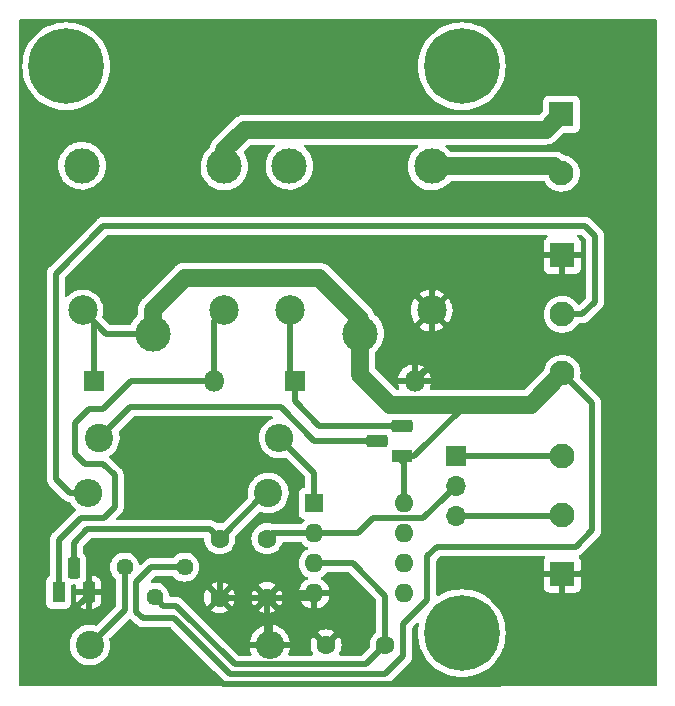
<source format=gbr>
%TF.GenerationSoftware,KiCad,Pcbnew,6.0.5-a6ca702e91~116~ubuntu20.04.1*%
%TF.CreationDate,2022-06-11T15:45:11-05:00*%
%TF.ProjectId,controlDeBombas,636f6e74-726f-46c4-9465-426f6d626173,rev?*%
%TF.SameCoordinates,PX623a7c0PY3fe56c0*%
%TF.FileFunction,Copper,L2,Bot*%
%TF.FilePolarity,Positive*%
%FSLAX46Y46*%
G04 Gerber Fmt 4.6, Leading zero omitted, Abs format (unit mm)*
G04 Created by KiCad (PCBNEW 6.0.5-a6ca702e91~116~ubuntu20.04.1) date 2022-06-11 15:45:11*
%MOMM*%
%LPD*%
G01*
G04 APERTURE LIST*
G04 Aperture macros list*
%AMRoundRect*
0 Rectangle with rounded corners*
0 $1 Rounding radius*
0 $2 $3 $4 $5 $6 $7 $8 $9 X,Y pos of 4 corners*
0 Add a 4 corners polygon primitive as box body*
4,1,4,$2,$3,$4,$5,$6,$7,$8,$9,$2,$3,0*
0 Add four circle primitives for the rounded corners*
1,1,$1+$1,$2,$3*
1,1,$1+$1,$4,$5*
1,1,$1+$1,$6,$7*
1,1,$1+$1,$8,$9*
0 Add four rect primitives between the rounded corners*
20,1,$1+$1,$2,$3,$4,$5,0*
20,1,$1+$1,$4,$5,$6,$7,0*
20,1,$1+$1,$6,$7,$8,$9,0*
20,1,$1+$1,$8,$9,$2,$3,0*%
G04 Aperture macros list end*
%TA.AperFunction,ComponentPad*%
%ADD10C,0.800000*%
%TD*%
%TA.AperFunction,ComponentPad*%
%ADD11C,6.400000*%
%TD*%
%TA.AperFunction,ComponentPad*%
%ADD12C,1.600000*%
%TD*%
%TA.AperFunction,ComponentPad*%
%ADD13R,1.800000X1.800000*%
%TD*%
%TA.AperFunction,ComponentPad*%
%ADD14O,1.800000X1.800000*%
%TD*%
%TA.AperFunction,ComponentPad*%
%ADD15C,2.100000*%
%TD*%
%TA.AperFunction,ComponentPad*%
%ADD16R,2.100000X2.100000*%
%TD*%
%TA.AperFunction,ComponentPad*%
%ADD17R,1.700000X1.700000*%
%TD*%
%TA.AperFunction,ComponentPad*%
%ADD18O,1.700000X1.700000*%
%TD*%
%TA.AperFunction,ComponentPad*%
%ADD19R,1.100000X1.800000*%
%TD*%
%TA.AperFunction,ComponentPad*%
%ADD20RoundRect,0.275000X-0.275000X-0.625000X0.275000X-0.625000X0.275000X0.625000X-0.275000X0.625000X0*%
%TD*%
%TA.AperFunction,ComponentPad*%
%ADD21RoundRect,0.275000X0.625000X-0.275000X0.625000X0.275000X-0.625000X0.275000X-0.625000X-0.275000X0*%
%TD*%
%TA.AperFunction,ComponentPad*%
%ADD22R,1.800000X1.100000*%
%TD*%
%TA.AperFunction,ComponentPad*%
%ADD23C,2.400000*%
%TD*%
%TA.AperFunction,ComponentPad*%
%ADD24O,2.400000X2.400000*%
%TD*%
%TA.AperFunction,ComponentPad*%
%ADD25C,1.440000*%
%TD*%
%TA.AperFunction,ComponentPad*%
%ADD26C,3.000000*%
%TD*%
%TA.AperFunction,ComponentPad*%
%ADD27C,2.500000*%
%TD*%
%TA.AperFunction,ComponentPad*%
%ADD28R,1.600000X1.600000*%
%TD*%
%TA.AperFunction,ComponentPad*%
%ADD29O,1.600000X1.600000*%
%TD*%
%TA.AperFunction,Conductor*%
%ADD30C,0.500000*%
%TD*%
%TA.AperFunction,Conductor*%
%ADD31C,1.500000*%
%TD*%
G04 APERTURE END LIST*
D10*
%TO.P,REF\u002A\u002A,1*%
%TO.N,N/C*%
X44697056Y-7802944D03*
X43000000Y-7100000D03*
X41302944Y-7802944D03*
X40600000Y-9500000D03*
X41302944Y-11197056D03*
X43000000Y-11900000D03*
X44697056Y-11197056D03*
X45400000Y-9500000D03*
D11*
X43000000Y-9500000D03*
%TD*%
D10*
%TO.P,REF\u002A\u002A,1*%
%TO.N,N/C*%
X11197056Y-7802944D03*
X9500000Y-7100000D03*
X7802944Y-7802944D03*
X7100000Y-9500000D03*
X7802944Y-11197056D03*
X9500000Y-11900000D03*
X11197056Y-11197056D03*
X11900000Y-9500000D03*
D11*
X9500000Y-9500000D03*
%TD*%
D10*
%TO.P,REF\u002A\u002A,1*%
%TO.N,N/C*%
X44697056Y-55802944D03*
X43000000Y-55100000D03*
X41302944Y-55802944D03*
X40600000Y-57500000D03*
X41302944Y-59197056D03*
X43000000Y-59900000D03*
X44697056Y-59197056D03*
X45400000Y-57500000D03*
D11*
X43000000Y-57500000D03*
%TD*%
D12*
%TO.P,C1,1*%
%TO.N,/SENSE*%
X26500000Y-49500000D03*
%TO.P,C1,2*%
%TO.N,GND*%
X26500000Y-54500000D03*
%TD*%
%TO.P,C2,2*%
%TO.N,GND*%
X22500000Y-54500000D03*
%TO.P,C2,1*%
%TO.N,Net-(C2-Pad1)*%
X22500000Y-49500000D03*
%TD*%
%TO.P,C3,1*%
%TO.N,Net-(C3-Pad1)*%
X36500000Y-58500000D03*
%TO.P,C3,2*%
%TO.N,GND*%
X31500000Y-58500000D03*
%TD*%
D13*
%TO.P,D1,1*%
%TO.N,+12V*%
X11840000Y-36130000D03*
D14*
%TO.P,D1,2*%
%TO.N,Net-(D1-Pad2)*%
X22000000Y-36130000D03*
%TD*%
%TO.P,D2,2*%
%TO.N,GND*%
X39000000Y-36130000D03*
D13*
%TO.P,D2,1*%
%TO.N,Net-(D2-Pad1)*%
X28840000Y-36130000D03*
%TD*%
D15*
%TO.P,J1,3*%
%TO.N,Net-(J1-Pad3)*%
X51500000Y-42500000D03*
%TO.P,J1,2*%
%TO.N,Net-(J1-Pad2)*%
X51500000Y-47500000D03*
D16*
%TO.P,J1,1*%
%TO.N,GND*%
X51500000Y-52500000D03*
%TD*%
D17*
%TO.P,J2,1*%
%TO.N,Net-(J1-Pad3)*%
X42500000Y-42500000D03*
D18*
%TO.P,J2,2*%
%TO.N,/SENSE*%
X42500000Y-45040000D03*
%TO.P,J2,3*%
%TO.N,Net-(J1-Pad2)*%
X42500000Y-47580000D03*
%TD*%
D16*
%TO.P,J3,1*%
%TO.N,GND*%
X51500000Y-25500000D03*
D15*
%TO.P,J3,2*%
%TO.N,Net-(J3-Pad2)*%
X51500000Y-30500000D03*
%TO.P,J3,3*%
%TO.N,+12V*%
X51500000Y-35500000D03*
%TD*%
D16*
%TO.P,J4,1*%
%TO.N,/OUT_1*%
X51420000Y-13560000D03*
D15*
%TO.P,J4,2*%
%TO.N,/OUT_2*%
X51420000Y-18560000D03*
%TD*%
D19*
%TO.P,Q1,1*%
%TO.N,Net-(D1-Pad2)*%
X8860000Y-54030000D03*
D20*
%TO.P,Q1,3*%
%TO.N,GND*%
X11400000Y-54030000D03*
%TO.P,Q1,2*%
%TO.N,Net-(C2-Pad1)*%
X10130000Y-51960000D03*
%TD*%
D21*
%TO.P,Q2,2*%
%TO.N,Net-(Q2-Pad2)*%
X35830000Y-41230000D03*
%TO.P,Q2,3*%
%TO.N,Net-(D2-Pad1)*%
X37900000Y-39960000D03*
D22*
%TO.P,Q2,1*%
%TO.N,+12V*%
X37900000Y-42500000D03*
%TD*%
D23*
%TO.P,R1,1*%
%TO.N,Net-(C2-Pad1)*%
X26620000Y-45630000D03*
D24*
%TO.P,R1,2*%
%TO.N,Net-(J3-Pad2)*%
X11380000Y-45630000D03*
%TD*%
D23*
%TO.P,R2,1*%
%TO.N,Net-(R2-Pad1)*%
X11500000Y-58500000D03*
D24*
%TO.P,R2,2*%
%TO.N,GND*%
X26740000Y-58500000D03*
%TD*%
%TO.P,R3,2*%
%TO.N,Net-(R3-Pad2)*%
X27550000Y-40990000D03*
D23*
%TO.P,R3,1*%
%TO.N,Net-(Q2-Pad2)*%
X12310000Y-40990000D03*
%TD*%
D25*
%TO.P,RV1,1*%
%TO.N,+12V*%
X19530000Y-51910000D03*
%TO.P,RV1,2*%
%TO.N,Net-(C3-Pad1)*%
X16990000Y-54450000D03*
%TO.P,RV1,3*%
%TO.N,Net-(R2-Pad1)*%
X14450000Y-51910000D03*
%TD*%
D26*
%TO.P,U1,1*%
%TO.N,+12V*%
X16840000Y-32130000D03*
D27*
%TO.P,U1,5*%
X10890000Y-30180000D03*
D26*
%TO.P,U1,4*%
%TO.N,Net-(U1-Pad4)*%
X10840000Y-17930000D03*
%TO.P,U1,3*%
%TO.N,/OUT_1*%
X22890000Y-17980000D03*
D27*
%TO.P,U1,2*%
%TO.N,Net-(D1-Pad2)*%
X22890000Y-30180000D03*
%TD*%
D28*
%TO.P,U2,1*%
%TO.N,Net-(R3-Pad2)*%
X30500000Y-46500000D03*
D29*
%TO.P,U2,5*%
%TO.N,N/C*%
X38120000Y-54120000D03*
%TO.P,U2,2*%
%TO.N,/SENSE*%
X30500000Y-49040000D03*
%TO.P,U2,6*%
%TO.N,N/C*%
X38120000Y-51580000D03*
%TO.P,U2,3*%
%TO.N,Net-(C3-Pad1)*%
X30500000Y-51580000D03*
%TO.P,U2,7*%
%TO.N,N/C*%
X38120000Y-49040000D03*
%TO.P,U2,4*%
%TO.N,GND*%
X30500000Y-54120000D03*
%TO.P,U2,8*%
%TO.N,+12V*%
X38120000Y-46500000D03*
%TD*%
D27*
%TO.P,U3,2*%
%TO.N,GND*%
X40444999Y-30180000D03*
D26*
%TO.P,U3,3*%
%TO.N,/OUT_2*%
X40444999Y-17980000D03*
%TO.P,U3,4*%
%TO.N,Net-(U3-Pad4)*%
X28394999Y-17930000D03*
D27*
%TO.P,U3,5*%
%TO.N,Net-(D2-Pad1)*%
X28444999Y-30180000D03*
D26*
%TO.P,U3,1*%
%TO.N,+12V*%
X34394999Y-32130000D03*
%TD*%
D30*
%TO.N,/SENSE*%
X26960000Y-49040000D02*
X30500000Y-49040000D01*
X26500000Y-49500000D02*
X26960000Y-49040000D01*
X39750001Y-47789999D02*
X41650001Y-45889999D01*
X41650001Y-45889999D02*
X42500000Y-45040000D01*
X35440001Y-47789999D02*
X39750001Y-47789999D01*
X30500000Y-49040000D02*
X34190000Y-49040000D01*
X34190000Y-49040000D02*
X35440001Y-47789999D01*
%TO.N,GND*%
X26500000Y-58260000D02*
X26740000Y-58500000D01*
X26500000Y-54500000D02*
X26500000Y-58260000D01*
X30500000Y-57500000D02*
X31500000Y-58500000D01*
X30500000Y-54120000D02*
X30500000Y-57500000D01*
X30120000Y-54500000D02*
X30500000Y-54120000D01*
X26500000Y-54500000D02*
X30120000Y-54500000D01*
X22500000Y-54500000D02*
X26500000Y-54500000D01*
X40444999Y-34685001D02*
X40444999Y-30180000D01*
X39000000Y-36130000D02*
X40444999Y-34685001D01*
X49950000Y-25500000D02*
X51500000Y-25500000D01*
X43357233Y-25500000D02*
X49950000Y-25500000D01*
X40444999Y-28412234D02*
X43357233Y-25500000D01*
X40444999Y-30180000D02*
X40444999Y-28412234D01*
X39899999Y-35230001D02*
X43709999Y-35230001D01*
X39000000Y-36130000D02*
X39899999Y-35230001D01*
X43709999Y-35230001D02*
X45910000Y-33030000D01*
X45910000Y-33030000D02*
X53040000Y-33030000D01*
X53040000Y-33030000D02*
X55190000Y-35180000D01*
X53050000Y-52500000D02*
X51500000Y-52500000D01*
X55190000Y-50360000D02*
X53050000Y-52500000D01*
X55190000Y-35180000D02*
X55190000Y-50360000D01*
X11400000Y-51840000D02*
X11400000Y-53630000D01*
X13570000Y-49670000D02*
X11400000Y-51840000D01*
X20030000Y-49670000D02*
X13570000Y-49670000D01*
X22500000Y-54500000D02*
X22500000Y-52140000D01*
X22500000Y-52140000D02*
X20030000Y-49670000D01*
X51500000Y-56500000D02*
X51500000Y-52500000D01*
X21810000Y-60850000D02*
X22750000Y-61790000D01*
X11400000Y-54250000D02*
X8650000Y-57000000D01*
X11400000Y-53630000D02*
X11400000Y-54250000D01*
X8650000Y-57000000D02*
X8650000Y-60070000D01*
X46210000Y-61790000D02*
X51500000Y-56500000D01*
X8650000Y-60070000D02*
X9430000Y-60850000D01*
X22750000Y-61790000D02*
X46210000Y-61790000D01*
X9430000Y-60850000D02*
X21810000Y-60850000D01*
%TO.N,Net-(C2-Pad1)*%
X26370000Y-45630000D02*
X26620000Y-45630000D01*
X22500000Y-49500000D02*
X26370000Y-45630000D01*
X21700001Y-48700001D02*
X22500000Y-49500000D01*
X11289999Y-48700001D02*
X21700001Y-48700001D01*
X10130000Y-49860000D02*
X11289999Y-48700001D01*
X10130000Y-52360000D02*
X10130000Y-49860000D01*
%TO.N,Net-(C3-Pad1)*%
X34849999Y-60150001D02*
X36500000Y-58500000D01*
X23760001Y-60150001D02*
X34849999Y-60150001D01*
X16990000Y-54450000D02*
X17709999Y-55169999D01*
X18779999Y-55169999D02*
X23760001Y-60150001D01*
X17709999Y-55169999D02*
X18779999Y-55169999D01*
X36500000Y-57300000D02*
X36500000Y-58500000D01*
X36500000Y-54320000D02*
X36500000Y-57300000D01*
X30500000Y-51580000D02*
X33760000Y-51580000D01*
X33760000Y-51580000D02*
X36500000Y-54320000D01*
%TO.N,+12V*%
X12840000Y-32130000D02*
X10890000Y-30180000D01*
X16840000Y-32130000D02*
X12840000Y-32130000D01*
D31*
X34394999Y-30874999D02*
X34394999Y-32130000D01*
X30910000Y-27390000D02*
X34394999Y-30874999D01*
X19580000Y-27390000D02*
X30910000Y-27390000D01*
X16840000Y-32130000D02*
X16840000Y-30130000D01*
X16840000Y-30130000D02*
X19580000Y-27390000D01*
X48850000Y-38150000D02*
X51500000Y-35500000D01*
X34394999Y-32130000D02*
X34394999Y-35624999D01*
X34394999Y-35624999D02*
X36920000Y-38150000D01*
D30*
X38970000Y-42500000D02*
X43310000Y-38160000D01*
X37500000Y-42500000D02*
X38970000Y-42500000D01*
D31*
X36920000Y-38150000D02*
X43310000Y-38160000D01*
X43310000Y-38160000D02*
X48850000Y-38150000D01*
D30*
X11840000Y-31130000D02*
X11840000Y-36130000D01*
X10890000Y-30180000D02*
X11840000Y-31130000D01*
X38120000Y-43120000D02*
X38120000Y-46500000D01*
X37500000Y-42500000D02*
X38120000Y-43120000D01*
X52549999Y-36549999D02*
X51500000Y-35500000D01*
X54040000Y-38040000D02*
X52549999Y-36549999D01*
X54040000Y-48800000D02*
X54040000Y-38040000D01*
X40900000Y-50180000D02*
X52660000Y-50180000D01*
X40090000Y-50990000D02*
X40900000Y-50180000D01*
X52660000Y-50180000D02*
X54040000Y-48800000D01*
X15450000Y-53180000D02*
X15450000Y-55670000D01*
X19530000Y-51910000D02*
X16720000Y-51910000D01*
X23390000Y-60980000D02*
X36520000Y-60980000D01*
X16020000Y-56240000D02*
X18650000Y-56240000D01*
X18650000Y-56240000D02*
X23390000Y-60980000D01*
X16720000Y-51910000D02*
X15450000Y-53180000D01*
X36520000Y-60980000D02*
X38050000Y-59450000D01*
X38050000Y-59450000D02*
X38050000Y-56690000D01*
X38050000Y-56690000D02*
X40090000Y-54650000D01*
X15450000Y-55670000D02*
X16020000Y-56240000D01*
X40090000Y-54650000D02*
X40090000Y-50990000D01*
%TO.N,Net-(D1-Pad2)*%
X22000000Y-31070000D02*
X22890000Y-30180000D01*
X22000000Y-36130000D02*
X22000000Y-31070000D01*
X10750000Y-47710000D02*
X8860000Y-49600000D01*
X11400000Y-38530000D02*
X10210000Y-39720000D01*
X12580000Y-38530000D02*
X11400000Y-38530000D01*
X22000000Y-36130000D02*
X14980000Y-36130000D01*
X10210000Y-42290000D02*
X11100000Y-43180000D01*
X14980000Y-36130000D02*
X12580000Y-38530000D01*
X10210000Y-39720000D02*
X10210000Y-42290000D01*
X11100000Y-43180000D02*
X12650000Y-43180000D01*
X12650000Y-43180000D02*
X13600000Y-44130000D01*
X13600000Y-44130000D02*
X13600000Y-46800000D01*
X13600000Y-46800000D02*
X12690000Y-47710000D01*
X8860000Y-49600000D02*
X8860000Y-53630000D01*
X12690000Y-47710000D02*
X10750000Y-47710000D01*
%TO.N,Net-(D2-Pad1)*%
X28444999Y-35734999D02*
X28840000Y-36130000D01*
X28444999Y-30180000D02*
X28444999Y-35734999D01*
X30940000Y-39960000D02*
X37500000Y-39960000D01*
X28840000Y-36130000D02*
X28840000Y-37860000D01*
X28840000Y-37860000D02*
X30940000Y-39960000D01*
%TO.N,Net-(J1-Pad3)*%
X50015076Y-42500000D02*
X42500000Y-42500000D01*
X51500000Y-42500000D02*
X50015076Y-42500000D01*
%TO.N,Net-(J1-Pad2)*%
X51420000Y-47580000D02*
X51500000Y-47500000D01*
X42500000Y-47580000D02*
X51420000Y-47580000D01*
%TO.N,Net-(J3-Pad2)*%
X53200000Y-30500000D02*
X51500000Y-30500000D01*
X54280000Y-23860000D02*
X54280000Y-29420000D01*
X9830000Y-45630000D02*
X8610000Y-44410000D01*
X53430000Y-23010000D02*
X54280000Y-23860000D01*
X11380000Y-45630000D02*
X9830000Y-45630000D01*
X8610000Y-44410000D02*
X8610000Y-27050000D01*
X54280000Y-29420000D02*
X53200000Y-30500000D01*
X12650000Y-23010000D02*
X53430000Y-23010000D01*
X8610000Y-27050000D02*
X12650000Y-23010000D01*
D31*
%TO.N,/OUT_1*%
X22890000Y-16600000D02*
X22890000Y-17980000D01*
X24620000Y-14870000D02*
X22890000Y-16600000D01*
X51420000Y-13560000D02*
X50110000Y-14870000D01*
X50110000Y-14870000D02*
X24620000Y-14870000D01*
%TO.N,/OUT_2*%
X50840000Y-17980000D02*
X40444999Y-17980000D01*
X51420000Y-18560000D02*
X50840000Y-17980000D01*
D30*
%TO.N,Net-(Q2-Pad2)*%
X14920000Y-38380000D02*
X12310000Y-40990000D01*
X27650000Y-38380000D02*
X14920000Y-38380000D01*
X36230000Y-41230000D02*
X30500000Y-41230000D01*
X30500000Y-41230000D02*
X27650000Y-38380000D01*
%TO.N,Net-(R2-Pad1)*%
X14450000Y-55550000D02*
X14450000Y-51910000D01*
X11500000Y-58500000D02*
X14450000Y-55550000D01*
%TO.N,Net-(R3-Pad2)*%
X30500000Y-43940000D02*
X30500000Y-46500000D01*
X27550000Y-40990000D02*
X30500000Y-43940000D01*
%TD*%
%TA.AperFunction,Conductor*%
%TO.N,GND*%
G36*
X59433621Y-5528502D02*
G01*
X59480114Y-5582158D01*
X59491500Y-5634500D01*
X59491500Y-61865500D01*
X59471498Y-61933621D01*
X59417842Y-61980114D01*
X59365500Y-61991500D01*
X36543939Y-61991500D01*
X36501651Y-61979083D01*
X36476414Y-61990360D01*
X36459503Y-61991500D01*
X23365962Y-61991500D01*
X23344998Y-61985344D01*
X23337872Y-61989074D01*
X23313264Y-61991500D01*
X5634500Y-61991500D01*
X5566379Y-61971498D01*
X5519886Y-61917842D01*
X5508500Y-61865500D01*
X5508500Y-54978134D01*
X7801500Y-54978134D01*
X7808255Y-55040316D01*
X7859385Y-55176705D01*
X7946739Y-55293261D01*
X8063295Y-55380615D01*
X8199684Y-55431745D01*
X8261866Y-55438500D01*
X9458134Y-55438500D01*
X9520316Y-55431745D01*
X9656705Y-55380615D01*
X9773261Y-55293261D01*
X9860615Y-55176705D01*
X9911745Y-55040316D01*
X9918500Y-54978134D01*
X9918500Y-54739122D01*
X10342001Y-54739122D01*
X10342051Y-54740851D01*
X10343470Y-54750771D01*
X10380200Y-54909867D01*
X10384850Y-54923070D01*
X10455171Y-55068535D01*
X10462637Y-55080391D01*
X10563439Y-55206665D01*
X10573335Y-55216561D01*
X10699609Y-55317363D01*
X10711465Y-55324829D01*
X10856930Y-55395150D01*
X10870133Y-55399800D01*
X11029236Y-55436532D01*
X11039133Y-55437949D01*
X11040907Y-55438000D01*
X11127885Y-55438000D01*
X11143124Y-55433525D01*
X11144329Y-55432135D01*
X11146000Y-55424452D01*
X11146000Y-55419884D01*
X11654000Y-55419884D01*
X11658475Y-55435123D01*
X11659865Y-55436328D01*
X11667548Y-55437999D01*
X11759122Y-55437999D01*
X11760851Y-55437949D01*
X11770771Y-55436530D01*
X11929867Y-55399800D01*
X11943070Y-55395150D01*
X12088535Y-55324829D01*
X12100391Y-55317363D01*
X12226665Y-55216561D01*
X12236561Y-55206665D01*
X12337363Y-55080391D01*
X12344829Y-55068535D01*
X12415150Y-54923070D01*
X12419800Y-54909867D01*
X12456532Y-54750764D01*
X12457949Y-54740867D01*
X12458000Y-54739093D01*
X12458000Y-54302115D01*
X12453525Y-54286876D01*
X12452135Y-54285671D01*
X12444452Y-54284000D01*
X11672115Y-54284000D01*
X11656876Y-54288475D01*
X11655671Y-54289865D01*
X11654000Y-54297548D01*
X11654000Y-55419884D01*
X11146000Y-55419884D01*
X11146000Y-54302115D01*
X11141525Y-54286876D01*
X11140135Y-54285671D01*
X11132452Y-54284000D01*
X10360116Y-54284000D01*
X10344877Y-54288475D01*
X10343672Y-54289865D01*
X10342001Y-54297548D01*
X10342001Y-54739122D01*
X9918500Y-54739122D01*
X9918500Y-53494500D01*
X9938502Y-53426379D01*
X9992158Y-53379886D01*
X10044500Y-53368500D01*
X10216000Y-53368500D01*
X10284121Y-53388502D01*
X10330614Y-53442158D01*
X10342000Y-53494500D01*
X10342000Y-53757885D01*
X10346475Y-53773124D01*
X10347865Y-53774329D01*
X10355548Y-53776000D01*
X11127885Y-53776000D01*
X11143124Y-53771525D01*
X11144329Y-53770135D01*
X11146000Y-53762452D01*
X11146000Y-53757885D01*
X11654000Y-53757885D01*
X11658475Y-53773124D01*
X11659865Y-53774329D01*
X11667548Y-53776000D01*
X12439884Y-53776000D01*
X12455123Y-53771525D01*
X12456328Y-53770135D01*
X12457999Y-53762452D01*
X12457999Y-53320878D01*
X12457949Y-53319149D01*
X12456530Y-53309229D01*
X12419800Y-53150133D01*
X12415150Y-53136930D01*
X12344829Y-52991465D01*
X12337363Y-52979609D01*
X12236561Y-52853335D01*
X12226665Y-52843439D01*
X12100391Y-52742637D01*
X12088535Y-52735171D01*
X11943070Y-52664850D01*
X11929867Y-52660200D01*
X11770764Y-52623468D01*
X11760867Y-52622051D01*
X11759093Y-52622000D01*
X11672115Y-52622000D01*
X11656876Y-52626475D01*
X11655671Y-52627865D01*
X11654000Y-52635548D01*
X11654000Y-53757885D01*
X11146000Y-53757885D01*
X11146000Y-52872909D01*
X11149229Y-52844565D01*
X11185248Y-52688551D01*
X11188233Y-52675623D01*
X11188500Y-52670992D01*
X11188500Y-51249008D01*
X11188233Y-51244377D01*
X11148691Y-51073105D01*
X11095059Y-50962160D01*
X11075255Y-50921193D01*
X11075254Y-50921191D01*
X11072188Y-50914849D01*
X10962524Y-50777476D01*
X10935891Y-50756215D01*
X10895132Y-50698084D01*
X10888500Y-50657744D01*
X10888500Y-50226371D01*
X10908502Y-50158250D01*
X10925405Y-50137276D01*
X11567275Y-49495406D01*
X11629587Y-49461380D01*
X11656370Y-49458501D01*
X21067413Y-49458501D01*
X21135534Y-49478503D01*
X21182027Y-49532159D01*
X21192934Y-49573519D01*
X21206457Y-49728087D01*
X21207881Y-49733400D01*
X21207881Y-49733402D01*
X21249359Y-49888197D01*
X21265716Y-49949243D01*
X21268039Y-49954224D01*
X21268039Y-49954225D01*
X21360151Y-50151762D01*
X21360154Y-50151767D01*
X21362477Y-50156749D01*
X21493802Y-50344300D01*
X21655700Y-50506198D01*
X21660208Y-50509355D01*
X21660211Y-50509357D01*
X21662065Y-50510655D01*
X21843251Y-50637523D01*
X21848233Y-50639846D01*
X21848238Y-50639849D01*
X21997858Y-50709617D01*
X22050757Y-50734284D01*
X22056065Y-50735706D01*
X22056067Y-50735707D01*
X22266598Y-50792119D01*
X22266600Y-50792119D01*
X22271913Y-50793543D01*
X22500000Y-50813498D01*
X22728087Y-50793543D01*
X22733400Y-50792119D01*
X22733402Y-50792119D01*
X22943933Y-50735707D01*
X22943935Y-50735706D01*
X22949243Y-50734284D01*
X23002142Y-50709617D01*
X23151762Y-50639849D01*
X23151767Y-50639846D01*
X23156749Y-50637523D01*
X23337935Y-50510655D01*
X23339789Y-50509357D01*
X23339792Y-50509355D01*
X23344300Y-50506198D01*
X23506198Y-50344300D01*
X23637523Y-50156749D01*
X23639846Y-50151767D01*
X23639849Y-50151762D01*
X23731961Y-49954225D01*
X23731961Y-49954224D01*
X23734284Y-49949243D01*
X23750642Y-49888197D01*
X23792119Y-49733402D01*
X23792119Y-49733400D01*
X23793543Y-49728087D01*
X23813498Y-49500000D01*
X23807597Y-49432551D01*
X23799245Y-49337087D01*
X23813234Y-49267482D01*
X23835671Y-49237010D01*
X25832457Y-47240224D01*
X25894769Y-47206198D01*
X25963093Y-47210364D01*
X26172151Y-47283370D01*
X26172157Y-47283372D01*
X26176568Y-47284912D01*
X26426050Y-47332278D01*
X26546532Y-47337011D01*
X26675125Y-47342064D01*
X26675130Y-47342064D01*
X26679793Y-47342247D01*
X26778774Y-47331407D01*
X26927569Y-47315112D01*
X26927575Y-47315111D01*
X26932222Y-47314602D01*
X26979560Y-47302139D01*
X27173273Y-47251138D01*
X27177793Y-47249948D01*
X27306150Y-47194802D01*
X27406807Y-47151557D01*
X27406810Y-47151555D01*
X27411110Y-47149708D01*
X27415090Y-47147245D01*
X27415094Y-47147243D01*
X27623064Y-47018547D01*
X27623066Y-47018545D01*
X27627047Y-47016082D01*
X27684495Y-46967449D01*
X27817289Y-46855031D01*
X27817291Y-46855029D01*
X27820862Y-46852006D01*
X27988295Y-46661084D01*
X28038488Y-46583051D01*
X28123141Y-46451442D01*
X28125669Y-46447512D01*
X28229967Y-46215980D01*
X28298896Y-45971575D01*
X28315788Y-45838798D01*
X28330545Y-45722798D01*
X28330545Y-45722792D01*
X28330943Y-45719667D01*
X28333291Y-45630000D01*
X28329612Y-45580497D01*
X28314818Y-45381411D01*
X28314817Y-45381407D01*
X28314472Y-45376759D01*
X28312521Y-45368133D01*
X28259459Y-45133639D01*
X28258428Y-45129082D01*
X28250372Y-45108366D01*
X28168084Y-44896762D01*
X28168083Y-44896760D01*
X28166391Y-44892409D01*
X28145866Y-44856498D01*
X28042702Y-44675997D01*
X28042700Y-44675995D01*
X28040383Y-44671940D01*
X27883171Y-44472517D01*
X27698209Y-44298523D01*
X27551965Y-44197070D01*
X27493393Y-44156437D01*
X27493390Y-44156435D01*
X27489561Y-44153779D01*
X27485384Y-44151719D01*
X27485377Y-44151715D01*
X27265996Y-44043528D01*
X27265992Y-44043527D01*
X27261810Y-44041464D01*
X27019960Y-43964047D01*
X26991156Y-43959356D01*
X26773935Y-43923980D01*
X26773934Y-43923980D01*
X26769323Y-43923229D01*
X26642364Y-43921567D01*
X26520083Y-43919966D01*
X26520080Y-43919966D01*
X26515406Y-43919905D01*
X26263787Y-43954149D01*
X26019993Y-44025208D01*
X26015740Y-44027168D01*
X26015739Y-44027169D01*
X25980254Y-44043528D01*
X25789380Y-44131522D01*
X25785471Y-44134085D01*
X25580928Y-44268189D01*
X25580923Y-44268193D01*
X25577015Y-44270755D01*
X25537111Y-44306371D01*
X25442691Y-44390644D01*
X25387562Y-44439848D01*
X25225183Y-44635087D01*
X25093447Y-44852182D01*
X25091638Y-44856496D01*
X25091637Y-44856498D01*
X25002650Y-45068709D01*
X24995246Y-45086365D01*
X24932738Y-45332490D01*
X24907296Y-45585151D01*
X24907520Y-45589817D01*
X24907520Y-45589822D01*
X24913606Y-45716510D01*
X24919480Y-45838798D01*
X24920392Y-45843383D01*
X24934387Y-45913739D01*
X24928059Y-45984453D01*
X24899903Y-46027416D01*
X22762990Y-48164329D01*
X22700678Y-48198355D01*
X22662913Y-48200755D01*
X22505475Y-48186981D01*
X22500000Y-48186502D01*
X22341308Y-48200386D01*
X22271703Y-48186397D01*
X22248746Y-48170889D01*
X22218232Y-48144965D01*
X22210717Y-48138036D01*
X22205022Y-48132341D01*
X22198881Y-48127483D01*
X22182750Y-48114720D01*
X22179346Y-48111929D01*
X22129298Y-48069410D01*
X22129296Y-48069409D01*
X22123716Y-48064668D01*
X22117200Y-48061340D01*
X22112151Y-48057973D01*
X22107022Y-48054806D01*
X22101285Y-48050267D01*
X22035126Y-48019346D01*
X22031226Y-48017440D01*
X21966193Y-47984232D01*
X21959085Y-47982493D01*
X21953442Y-47980394D01*
X21947679Y-47978477D01*
X21941051Y-47975379D01*
X21869584Y-47960514D01*
X21865300Y-47959544D01*
X21865002Y-47959471D01*
X21794391Y-47942193D01*
X21788789Y-47941845D01*
X21788786Y-47941845D01*
X21783237Y-47941501D01*
X21783239Y-47941465D01*
X21779246Y-47941226D01*
X21775054Y-47940852D01*
X21767886Y-47939361D01*
X21701676Y-47941152D01*
X21690480Y-47941455D01*
X21687073Y-47941501D01*
X13835370Y-47941501D01*
X13767249Y-47921499D01*
X13720756Y-47867843D01*
X13710652Y-47797569D01*
X13740146Y-47732989D01*
X13746275Y-47726406D01*
X14088911Y-47383770D01*
X14103323Y-47371384D01*
X14114918Y-47362851D01*
X14114923Y-47362846D01*
X14120818Y-47358508D01*
X14125557Y-47352930D01*
X14125560Y-47352927D01*
X14155035Y-47318232D01*
X14161965Y-47310716D01*
X14167660Y-47305021D01*
X14172518Y-47298880D01*
X14185281Y-47282749D01*
X14188072Y-47279345D01*
X14230591Y-47229297D01*
X14230592Y-47229295D01*
X14235333Y-47223715D01*
X14238661Y-47217199D01*
X14242028Y-47212150D01*
X14245195Y-47207021D01*
X14249734Y-47201284D01*
X14280655Y-47135125D01*
X14282561Y-47131225D01*
X14286177Y-47124144D01*
X14315769Y-47066192D01*
X14317508Y-47059084D01*
X14319607Y-47053441D01*
X14321524Y-47047678D01*
X14324622Y-47041050D01*
X14327463Y-47027394D01*
X14339486Y-46969588D01*
X14340457Y-46965299D01*
X14356473Y-46899845D01*
X14357808Y-46894390D01*
X14358500Y-46883236D01*
X14358536Y-46883238D01*
X14358775Y-46879245D01*
X14359149Y-46875053D01*
X14360640Y-46867885D01*
X14358546Y-46790479D01*
X14358500Y-46787072D01*
X14358500Y-44197070D01*
X14359933Y-44178120D01*
X14362099Y-44163885D01*
X14362099Y-44163881D01*
X14363199Y-44156651D01*
X14358915Y-44103982D01*
X14358500Y-44093767D01*
X14358500Y-44085707D01*
X14355209Y-44057480D01*
X14354778Y-44053121D01*
X14354489Y-44049568D01*
X14348860Y-43980364D01*
X14346605Y-43973403D01*
X14345418Y-43967463D01*
X14344029Y-43961588D01*
X14343182Y-43954319D01*
X14318264Y-43885670D01*
X14316847Y-43881542D01*
X14296607Y-43819064D01*
X14296606Y-43819062D01*
X14294351Y-43812101D01*
X14290555Y-43805846D01*
X14288049Y-43800372D01*
X14285330Y-43794942D01*
X14282833Y-43788063D01*
X14268794Y-43766650D01*
X14242814Y-43727024D01*
X14240467Y-43723305D01*
X14202595Y-43660893D01*
X14195197Y-43652516D01*
X14195224Y-43652492D01*
X14192571Y-43649500D01*
X14189868Y-43646267D01*
X14185856Y-43640148D01*
X14129617Y-43586872D01*
X14127175Y-43584494D01*
X13233770Y-42691089D01*
X13221384Y-42676677D01*
X13212851Y-42665082D01*
X13212846Y-42665077D01*
X13208508Y-42659182D01*
X13202929Y-42654443D01*
X13202926Y-42654439D01*
X13193376Y-42646326D01*
X13154412Y-42586977D01*
X13153720Y-42515984D01*
X13191519Y-42455886D01*
X13208653Y-42443158D01*
X13208985Y-42442953D01*
X13317047Y-42376082D01*
X13320624Y-42373054D01*
X13507289Y-42215031D01*
X13507291Y-42215029D01*
X13510862Y-42212006D01*
X13678295Y-42021084D01*
X13680982Y-42016908D01*
X13813141Y-41811442D01*
X13815669Y-41807512D01*
X13919967Y-41575980D01*
X13988896Y-41331575D01*
X14011865Y-41151029D01*
X14020545Y-41082798D01*
X14020545Y-41082792D01*
X14020943Y-41079667D01*
X14021353Y-41064033D01*
X14023208Y-40993160D01*
X14023291Y-40990000D01*
X14016993Y-40905255D01*
X14004818Y-40741411D01*
X14004817Y-40741407D01*
X14004472Y-40736759D01*
X13951800Y-40503984D01*
X13956274Y-40433131D01*
X13985598Y-40387083D01*
X15197276Y-39175405D01*
X15259588Y-39141379D01*
X15286371Y-39138500D01*
X26914045Y-39138500D01*
X26982166Y-39158502D01*
X27028659Y-39212158D01*
X27038763Y-39282432D01*
X27009269Y-39347012D01*
X26958169Y-39382522D01*
X26954492Y-39383897D01*
X26949993Y-39385208D01*
X26719380Y-39491522D01*
X26715471Y-39494085D01*
X26510928Y-39628189D01*
X26510923Y-39628193D01*
X26507015Y-39630755D01*
X26317562Y-39799848D01*
X26155183Y-39995087D01*
X26023447Y-40212182D01*
X25925246Y-40446365D01*
X25862738Y-40692490D01*
X25837296Y-40945151D01*
X25837520Y-40949817D01*
X25837520Y-40949822D01*
X25840817Y-41018449D01*
X25849480Y-41198798D01*
X25859088Y-41247100D01*
X25897757Y-41441500D01*
X25899021Y-41447857D01*
X25900600Y-41452255D01*
X25900602Y-41452262D01*
X25964367Y-41629862D01*
X25984831Y-41686858D01*
X25987048Y-41690984D01*
X26080729Y-41865333D01*
X26105025Y-41910551D01*
X26107820Y-41914294D01*
X26107822Y-41914297D01*
X26254171Y-42110282D01*
X26254176Y-42110288D01*
X26256963Y-42114020D01*
X26260272Y-42117300D01*
X26260277Y-42117306D01*
X26407601Y-42263349D01*
X26437307Y-42292797D01*
X26441069Y-42295555D01*
X26441072Y-42295558D01*
X26493900Y-42334293D01*
X26642094Y-42442953D01*
X26646229Y-42445129D01*
X26646233Y-42445131D01*
X26750522Y-42500000D01*
X26866827Y-42561191D01*
X26940667Y-42586977D01*
X27065499Y-42630570D01*
X27106568Y-42644912D01*
X27356050Y-42692278D01*
X27476532Y-42697011D01*
X27605125Y-42702064D01*
X27605130Y-42702064D01*
X27609793Y-42702247D01*
X27708774Y-42691407D01*
X27857569Y-42675112D01*
X27857575Y-42675111D01*
X27862222Y-42674602D01*
X27898382Y-42665082D01*
X28029467Y-42630570D01*
X28100436Y-42632569D01*
X28150642Y-42663323D01*
X29704595Y-44217276D01*
X29738621Y-44279588D01*
X29741500Y-44306371D01*
X29741500Y-45068709D01*
X29721498Y-45136830D01*
X29667842Y-45183323D01*
X29629108Y-45193972D01*
X29616914Y-45195297D01*
X29589684Y-45198255D01*
X29453295Y-45249385D01*
X29336739Y-45336739D01*
X29249385Y-45453295D01*
X29198255Y-45589684D01*
X29191500Y-45651866D01*
X29191500Y-47348134D01*
X29198255Y-47410316D01*
X29249385Y-47546705D01*
X29336739Y-47663261D01*
X29453295Y-47750615D01*
X29589684Y-47801745D01*
X29600474Y-47802917D01*
X29602606Y-47803803D01*
X29605222Y-47804425D01*
X29605121Y-47804848D01*
X29666035Y-47830155D01*
X29706463Y-47888517D01*
X29708922Y-47959471D01*
X29672629Y-48020490D01*
X29663969Y-48027489D01*
X29660207Y-48030646D01*
X29655700Y-48033802D01*
X29493802Y-48195700D01*
X29471345Y-48227771D01*
X29415890Y-48272099D01*
X29368133Y-48281500D01*
X27027069Y-48281500D01*
X27008121Y-48280067D01*
X26986651Y-48276801D01*
X26986650Y-48276801D01*
X26986912Y-48275081D01*
X26959880Y-48268591D01*
X26959396Y-48269922D01*
X26954233Y-48268043D01*
X26949243Y-48265716D01*
X26756055Y-48213951D01*
X26733402Y-48207881D01*
X26733400Y-48207881D01*
X26728087Y-48206457D01*
X26500000Y-48186502D01*
X26271913Y-48206457D01*
X26266600Y-48207881D01*
X26266598Y-48207881D01*
X26056067Y-48264293D01*
X26056065Y-48264294D01*
X26050757Y-48265716D01*
X26045776Y-48268039D01*
X26045775Y-48268039D01*
X25848238Y-48360151D01*
X25848233Y-48360154D01*
X25843251Y-48362477D01*
X25768712Y-48414670D01*
X25660211Y-48490643D01*
X25660208Y-48490645D01*
X25655700Y-48493802D01*
X25493802Y-48655700D01*
X25490645Y-48660208D01*
X25490643Y-48660211D01*
X25467455Y-48693327D01*
X25362477Y-48843251D01*
X25360154Y-48848233D01*
X25360151Y-48848238D01*
X25281816Y-49016230D01*
X25265716Y-49050757D01*
X25264294Y-49056065D01*
X25264293Y-49056067D01*
X25208357Y-49264823D01*
X25206457Y-49271913D01*
X25186502Y-49500000D01*
X25206457Y-49728087D01*
X25207881Y-49733400D01*
X25207881Y-49733402D01*
X25249359Y-49888197D01*
X25265716Y-49949243D01*
X25268039Y-49954224D01*
X25268039Y-49954225D01*
X25360151Y-50151762D01*
X25360154Y-50151767D01*
X25362477Y-50156749D01*
X25493802Y-50344300D01*
X25655700Y-50506198D01*
X25660208Y-50509355D01*
X25660211Y-50509357D01*
X25662065Y-50510655D01*
X25843251Y-50637523D01*
X25848233Y-50639846D01*
X25848238Y-50639849D01*
X25997858Y-50709617D01*
X26050757Y-50734284D01*
X26056065Y-50735706D01*
X26056067Y-50735707D01*
X26266598Y-50792119D01*
X26266600Y-50792119D01*
X26271913Y-50793543D01*
X26500000Y-50813498D01*
X26728087Y-50793543D01*
X26733400Y-50792119D01*
X26733402Y-50792119D01*
X26943933Y-50735707D01*
X26943935Y-50735706D01*
X26949243Y-50734284D01*
X27002142Y-50709617D01*
X27151762Y-50639849D01*
X27151767Y-50639846D01*
X27156749Y-50637523D01*
X27337935Y-50510655D01*
X27339789Y-50509357D01*
X27339792Y-50509355D01*
X27344300Y-50506198D01*
X27506198Y-50344300D01*
X27637523Y-50156749D01*
X27639846Y-50151767D01*
X27639849Y-50151762D01*
X27731959Y-49954228D01*
X27734284Y-49949243D01*
X27749652Y-49891889D01*
X27786603Y-49831266D01*
X27850464Y-49800245D01*
X27871359Y-49798500D01*
X29368133Y-49798500D01*
X29436254Y-49818502D01*
X29471345Y-49852228D01*
X29493802Y-49884300D01*
X29655700Y-50046198D01*
X29660208Y-50049355D01*
X29660211Y-50049357D01*
X29738389Y-50104098D01*
X29843251Y-50177523D01*
X29848233Y-50179846D01*
X29848238Y-50179849D01*
X29882457Y-50195805D01*
X29935742Y-50242722D01*
X29955203Y-50310999D01*
X29934661Y-50378959D01*
X29882457Y-50424195D01*
X29848238Y-50440151D01*
X29848233Y-50440154D01*
X29843251Y-50442477D01*
X29782552Y-50484979D01*
X29660211Y-50570643D01*
X29660208Y-50570645D01*
X29655700Y-50573802D01*
X29493802Y-50735700D01*
X29490645Y-50740208D01*
X29490643Y-50740211D01*
X29467626Y-50773083D01*
X29362477Y-50923251D01*
X29360154Y-50928233D01*
X29360151Y-50928238D01*
X29292599Y-51073105D01*
X29265716Y-51130757D01*
X29264294Y-51136065D01*
X29264293Y-51136067D01*
X29207881Y-51346598D01*
X29206457Y-51351913D01*
X29186502Y-51580000D01*
X29206457Y-51808087D01*
X29207881Y-51813400D01*
X29207881Y-51813402D01*
X29224926Y-51877012D01*
X29265716Y-52029243D01*
X29268039Y-52034224D01*
X29268039Y-52034225D01*
X29360151Y-52231762D01*
X29360154Y-52231767D01*
X29362477Y-52236749D01*
X29493802Y-52424300D01*
X29655700Y-52586198D01*
X29660208Y-52589355D01*
X29660211Y-52589357D01*
X29706830Y-52622000D01*
X29843251Y-52717523D01*
X29848233Y-52719846D01*
X29848238Y-52719849D01*
X29883049Y-52736081D01*
X29936334Y-52782998D01*
X29955795Y-52851275D01*
X29935253Y-52919235D01*
X29883049Y-52964471D01*
X29848489Y-52980586D01*
X29838993Y-52986069D01*
X29660533Y-53111028D01*
X29652125Y-53118084D01*
X29498084Y-53272125D01*
X29491028Y-53280533D01*
X29366069Y-53458993D01*
X29360586Y-53468489D01*
X29268510Y-53665947D01*
X29264764Y-53676239D01*
X29218606Y-53848503D01*
X29218942Y-53862599D01*
X29226884Y-53866000D01*
X31767967Y-53866000D01*
X31781498Y-53862027D01*
X31782727Y-53853478D01*
X31735236Y-53676239D01*
X31731490Y-53665947D01*
X31639414Y-53468489D01*
X31633931Y-53458993D01*
X31508972Y-53280533D01*
X31501916Y-53272125D01*
X31347875Y-53118084D01*
X31339467Y-53111028D01*
X31161007Y-52986069D01*
X31151511Y-52980586D01*
X31116951Y-52964471D01*
X31063666Y-52917554D01*
X31044205Y-52849277D01*
X31064747Y-52781317D01*
X31116951Y-52736081D01*
X31151762Y-52719849D01*
X31151767Y-52719846D01*
X31156749Y-52717523D01*
X31293170Y-52622000D01*
X31339789Y-52589357D01*
X31339792Y-52589355D01*
X31344300Y-52586198D01*
X31506198Y-52424300D01*
X31528655Y-52392229D01*
X31584110Y-52347901D01*
X31631867Y-52338500D01*
X33393629Y-52338500D01*
X33461750Y-52358502D01*
X33482724Y-52375405D01*
X35704595Y-54597276D01*
X35738621Y-54659588D01*
X35741500Y-54686371D01*
X35741500Y-57368133D01*
X35721498Y-57436254D01*
X35687772Y-57471345D01*
X35655700Y-57493802D01*
X35493802Y-57655700D01*
X35490645Y-57660208D01*
X35490643Y-57660211D01*
X35447251Y-57722182D01*
X35362477Y-57843251D01*
X35360154Y-57848233D01*
X35360151Y-57848238D01*
X35307546Y-57961052D01*
X35265716Y-58050757D01*
X35264294Y-58056065D01*
X35264293Y-58056067D01*
X35207881Y-58266598D01*
X35206457Y-58271913D01*
X35186502Y-58500000D01*
X35186981Y-58505475D01*
X35200755Y-58662913D01*
X35186766Y-58732518D01*
X35164329Y-58762990D01*
X34572723Y-59354596D01*
X34510411Y-59388622D01*
X34483628Y-59391501D01*
X32714581Y-59391501D01*
X32646460Y-59371499D01*
X32599967Y-59317843D01*
X32589863Y-59247569D01*
X32611368Y-59193230D01*
X32633931Y-59161007D01*
X32639414Y-59151511D01*
X32731490Y-58954053D01*
X32735236Y-58943761D01*
X32791625Y-58733312D01*
X32793528Y-58722519D01*
X32812517Y-58505475D01*
X32812517Y-58494525D01*
X32793528Y-58277481D01*
X32791625Y-58266688D01*
X32735236Y-58056239D01*
X32731490Y-58045947D01*
X32639414Y-57848489D01*
X32633931Y-57838994D01*
X32597491Y-57786952D01*
X32587012Y-57778576D01*
X32573566Y-57785644D01*
X31589095Y-58770115D01*
X31526783Y-58804141D01*
X31455968Y-58799076D01*
X31410905Y-58770115D01*
X30425713Y-57784923D01*
X30413938Y-57778493D01*
X30401923Y-57787789D01*
X30366069Y-57838994D01*
X30360586Y-57848489D01*
X30268510Y-58045947D01*
X30264764Y-58056239D01*
X30208375Y-58266688D01*
X30206472Y-58277481D01*
X30187483Y-58494525D01*
X30187483Y-58505475D01*
X30206472Y-58722519D01*
X30208375Y-58733312D01*
X30264764Y-58943761D01*
X30268510Y-58954053D01*
X30360586Y-59151511D01*
X30366069Y-59161007D01*
X30388632Y-59193230D01*
X30411320Y-59260504D01*
X30394035Y-59329365D01*
X30342265Y-59377949D01*
X30285419Y-59391501D01*
X28406743Y-59391501D01*
X28338622Y-59371499D01*
X28292129Y-59317843D01*
X28282025Y-59247569D01*
X28291861Y-59213750D01*
X28347572Y-59090076D01*
X28350767Y-59081298D01*
X28417135Y-58845973D01*
X28418993Y-58836844D01*
X28427246Y-58771969D01*
X28424958Y-58757708D01*
X28411938Y-58754000D01*
X25067096Y-58754000D01*
X25054695Y-58757641D01*
X25052852Y-58773460D01*
X25088593Y-58953143D01*
X25091082Y-58962118D01*
X25173708Y-59192250D01*
X25177503Y-59200774D01*
X25180238Y-59205864D01*
X25194860Y-59275339D01*
X25169601Y-59341690D01*
X25112479Y-59383852D01*
X25069245Y-59391501D01*
X24126372Y-59391501D01*
X24058251Y-59371499D01*
X24037277Y-59354596D01*
X22910657Y-58227976D01*
X25050675Y-58227976D01*
X25053435Y-58242703D01*
X25065614Y-58246000D01*
X26467885Y-58246000D01*
X26483124Y-58241525D01*
X26484329Y-58240135D01*
X26486000Y-58232452D01*
X26486000Y-58227885D01*
X26994000Y-58227885D01*
X26998475Y-58243124D01*
X26999865Y-58244329D01*
X27007548Y-58246000D01*
X28415671Y-58246000D01*
X28429202Y-58242027D01*
X28430634Y-58232068D01*
X28378979Y-58003786D01*
X28376255Y-57994875D01*
X28287633Y-57766983D01*
X28283619Y-57758567D01*
X28162286Y-57546281D01*
X28157070Y-57538548D01*
X28058087Y-57412988D01*
X30778576Y-57412988D01*
X30785644Y-57426434D01*
X31487188Y-58127978D01*
X31501132Y-58135592D01*
X31502965Y-58135461D01*
X31509580Y-58131210D01*
X32215077Y-57425713D01*
X32221507Y-57413938D01*
X32212211Y-57401923D01*
X32161006Y-57366069D01*
X32151511Y-57360586D01*
X31954053Y-57268510D01*
X31943761Y-57264764D01*
X31733312Y-57208375D01*
X31722519Y-57206472D01*
X31505475Y-57187483D01*
X31494525Y-57187483D01*
X31277481Y-57206472D01*
X31266688Y-57208375D01*
X31056239Y-57264764D01*
X31045947Y-57268510D01*
X30848489Y-57360586D01*
X30838994Y-57366069D01*
X30786952Y-57402509D01*
X30778576Y-57412988D01*
X28058087Y-57412988D01*
X28005692Y-57346525D01*
X27999399Y-57339657D01*
X27821294Y-57172112D01*
X27814060Y-57166254D01*
X27613141Y-57026872D01*
X27605115Y-57022144D01*
X27385810Y-56913995D01*
X27377177Y-56910507D01*
X27144288Y-56835958D01*
X27135238Y-56833785D01*
X27011880Y-56813696D01*
X26998286Y-56815393D01*
X26994000Y-56829500D01*
X26994000Y-58227885D01*
X26486000Y-58227885D01*
X26486000Y-56828859D01*
X26481982Y-56815175D01*
X26468290Y-56813154D01*
X26388521Y-56824010D01*
X26379403Y-56825948D01*
X26144668Y-56894367D01*
X26135915Y-56897639D01*
X25913869Y-57000004D01*
X25905714Y-57004524D01*
X25701233Y-57138587D01*
X25693828Y-57144270D01*
X25511413Y-57307082D01*
X25504935Y-57313790D01*
X25348584Y-57501781D01*
X25343163Y-57509381D01*
X25216322Y-57718409D01*
X25212084Y-57726726D01*
X25117529Y-57952214D01*
X25114572Y-57961052D01*
X25054382Y-58198048D01*
X25052764Y-58207228D01*
X25050675Y-58227976D01*
X22910657Y-58227976D01*
X20268743Y-55586062D01*
X21778493Y-55586062D01*
X21787789Y-55598077D01*
X21838994Y-55633931D01*
X21848489Y-55639414D01*
X22045947Y-55731490D01*
X22056239Y-55735236D01*
X22266688Y-55791625D01*
X22277481Y-55793528D01*
X22494525Y-55812517D01*
X22505475Y-55812517D01*
X22722519Y-55793528D01*
X22733312Y-55791625D01*
X22943761Y-55735236D01*
X22954053Y-55731490D01*
X23151511Y-55639414D01*
X23161006Y-55633931D01*
X23213048Y-55597491D01*
X23221424Y-55587012D01*
X23220925Y-55586062D01*
X25778493Y-55586062D01*
X25787789Y-55598077D01*
X25838994Y-55633931D01*
X25848489Y-55639414D01*
X26045947Y-55731490D01*
X26056239Y-55735236D01*
X26266688Y-55791625D01*
X26277481Y-55793528D01*
X26494525Y-55812517D01*
X26505475Y-55812517D01*
X26722519Y-55793528D01*
X26733312Y-55791625D01*
X26943761Y-55735236D01*
X26954053Y-55731490D01*
X27151511Y-55639414D01*
X27161006Y-55633931D01*
X27213048Y-55597491D01*
X27221424Y-55587012D01*
X27214356Y-55573566D01*
X26512812Y-54872022D01*
X26498868Y-54864408D01*
X26497035Y-54864539D01*
X26490420Y-54868790D01*
X25784923Y-55574287D01*
X25778493Y-55586062D01*
X23220925Y-55586062D01*
X23214356Y-55573566D01*
X22512812Y-54872022D01*
X22498868Y-54864408D01*
X22497035Y-54864539D01*
X22490420Y-54868790D01*
X21784923Y-55574287D01*
X21778493Y-55586062D01*
X20268743Y-55586062D01*
X19363769Y-54681088D01*
X19351383Y-54666676D01*
X19342850Y-54655081D01*
X19342845Y-54655076D01*
X19338507Y-54649181D01*
X19332929Y-54644442D01*
X19332926Y-54644439D01*
X19298231Y-54614964D01*
X19290715Y-54608034D01*
X19285020Y-54602339D01*
X19278620Y-54597276D01*
X19262748Y-54584718D01*
X19259344Y-54581927D01*
X19209296Y-54539408D01*
X19209294Y-54539407D01*
X19203714Y-54534666D01*
X19197198Y-54531338D01*
X19192149Y-54527971D01*
X19187020Y-54524804D01*
X19181283Y-54520265D01*
X19149638Y-54505475D01*
X21187483Y-54505475D01*
X21206472Y-54722519D01*
X21208375Y-54733312D01*
X21264764Y-54943761D01*
X21268510Y-54954053D01*
X21360586Y-55151511D01*
X21366069Y-55161006D01*
X21402509Y-55213048D01*
X21412988Y-55221424D01*
X21426434Y-55214356D01*
X22127978Y-54512812D01*
X22134356Y-54501132D01*
X22864408Y-54501132D01*
X22864539Y-54502965D01*
X22868790Y-54509580D01*
X23574287Y-55215077D01*
X23586062Y-55221507D01*
X23598077Y-55212211D01*
X23633931Y-55161006D01*
X23639414Y-55151511D01*
X23731490Y-54954053D01*
X23735236Y-54943761D01*
X23791625Y-54733312D01*
X23793528Y-54722519D01*
X23812517Y-54505475D01*
X25187483Y-54505475D01*
X25206472Y-54722519D01*
X25208375Y-54733312D01*
X25264764Y-54943761D01*
X25268510Y-54954053D01*
X25360586Y-55151511D01*
X25366069Y-55161006D01*
X25402509Y-55213048D01*
X25412988Y-55221424D01*
X25426434Y-55214356D01*
X26127978Y-54512812D01*
X26134356Y-54501132D01*
X26864408Y-54501132D01*
X26864539Y-54502965D01*
X26868790Y-54509580D01*
X27574287Y-55215077D01*
X27586062Y-55221507D01*
X27598077Y-55212211D01*
X27633931Y-55161006D01*
X27639414Y-55151511D01*
X27731490Y-54954053D01*
X27735236Y-54943761D01*
X27791625Y-54733312D01*
X27793528Y-54722519D01*
X27812517Y-54505475D01*
X27812517Y-54494525D01*
X27803068Y-54386522D01*
X29217273Y-54386522D01*
X29264764Y-54563761D01*
X29268510Y-54574053D01*
X29360586Y-54771511D01*
X29366069Y-54781007D01*
X29491028Y-54959467D01*
X29498084Y-54967875D01*
X29652125Y-55121916D01*
X29660533Y-55128972D01*
X29838993Y-55253931D01*
X29848489Y-55259414D01*
X30045947Y-55351490D01*
X30056239Y-55355236D01*
X30228503Y-55401394D01*
X30242599Y-55401058D01*
X30246000Y-55393116D01*
X30246000Y-55387967D01*
X30754000Y-55387967D01*
X30757973Y-55401498D01*
X30766522Y-55402727D01*
X30943761Y-55355236D01*
X30954053Y-55351490D01*
X31151511Y-55259414D01*
X31161007Y-55253931D01*
X31339467Y-55128972D01*
X31347875Y-55121916D01*
X31501916Y-54967875D01*
X31508972Y-54959467D01*
X31633931Y-54781007D01*
X31639414Y-54771511D01*
X31731490Y-54574053D01*
X31735236Y-54563761D01*
X31781394Y-54391497D01*
X31781058Y-54377401D01*
X31773116Y-54374000D01*
X30772115Y-54374000D01*
X30756876Y-54378475D01*
X30755671Y-54379865D01*
X30754000Y-54387548D01*
X30754000Y-55387967D01*
X30246000Y-55387967D01*
X30246000Y-54392115D01*
X30241525Y-54376876D01*
X30240135Y-54375671D01*
X30232452Y-54374000D01*
X29232033Y-54374000D01*
X29218502Y-54377973D01*
X29217273Y-54386522D01*
X27803068Y-54386522D01*
X27793528Y-54277481D01*
X27791625Y-54266688D01*
X27735236Y-54056239D01*
X27731490Y-54045947D01*
X27639414Y-53848489D01*
X27633931Y-53838994D01*
X27597491Y-53786952D01*
X27587012Y-53778576D01*
X27573566Y-53785644D01*
X26872022Y-54487188D01*
X26864408Y-54501132D01*
X26134356Y-54501132D01*
X26135592Y-54498868D01*
X26135461Y-54497035D01*
X26131210Y-54490420D01*
X25425713Y-53784923D01*
X25413938Y-53778493D01*
X25401923Y-53787789D01*
X25366069Y-53838994D01*
X25360586Y-53848489D01*
X25268510Y-54045947D01*
X25264764Y-54056239D01*
X25208375Y-54266688D01*
X25206472Y-54277481D01*
X25187483Y-54494525D01*
X25187483Y-54505475D01*
X23812517Y-54505475D01*
X23812517Y-54494525D01*
X23793528Y-54277481D01*
X23791625Y-54266688D01*
X23735236Y-54056239D01*
X23731490Y-54045947D01*
X23639414Y-53848489D01*
X23633931Y-53838994D01*
X23597491Y-53786952D01*
X23587012Y-53778576D01*
X23573566Y-53785644D01*
X22872022Y-54487188D01*
X22864408Y-54501132D01*
X22134356Y-54501132D01*
X22135592Y-54498868D01*
X22135461Y-54497035D01*
X22131210Y-54490420D01*
X21425713Y-53784923D01*
X21413938Y-53778493D01*
X21401923Y-53787789D01*
X21366069Y-53838994D01*
X21360586Y-53848489D01*
X21268510Y-54045947D01*
X21264764Y-54056239D01*
X21208375Y-54266688D01*
X21206472Y-54277481D01*
X21187483Y-54494525D01*
X21187483Y-54505475D01*
X19149638Y-54505475D01*
X19115124Y-54489344D01*
X19111224Y-54487438D01*
X19046191Y-54454230D01*
X19039083Y-54452491D01*
X19033440Y-54450392D01*
X19027677Y-54448475D01*
X19021049Y-54445377D01*
X18949582Y-54430512D01*
X18945298Y-54429542D01*
X18874389Y-54412191D01*
X18868787Y-54411843D01*
X18868784Y-54411843D01*
X18863235Y-54411499D01*
X18863237Y-54411463D01*
X18859244Y-54411224D01*
X18855052Y-54410850D01*
X18847884Y-54409359D01*
X18781674Y-54411150D01*
X18770478Y-54411453D01*
X18767071Y-54411499D01*
X18335283Y-54411499D01*
X18267162Y-54391497D01*
X18220669Y-54337841D01*
X18209762Y-54296481D01*
X18209183Y-54289865D01*
X18204458Y-54235858D01*
X18177557Y-54135461D01*
X18150245Y-54033533D01*
X18150244Y-54033531D01*
X18148822Y-54028223D01*
X18146499Y-54023241D01*
X18060299Y-53838385D01*
X18060297Y-53838382D01*
X18057976Y-53833404D01*
X17934681Y-53657319D01*
X17782681Y-53505319D01*
X17650818Y-53412988D01*
X21778576Y-53412988D01*
X21785644Y-53426434D01*
X22487188Y-54127978D01*
X22501132Y-54135592D01*
X22502965Y-54135461D01*
X22509580Y-54131210D01*
X23215077Y-53425713D01*
X23221507Y-53413938D01*
X23220772Y-53412988D01*
X25778576Y-53412988D01*
X25785644Y-53426434D01*
X26487188Y-54127978D01*
X26501132Y-54135592D01*
X26502965Y-54135461D01*
X26509580Y-54131210D01*
X27215077Y-53425713D01*
X27221507Y-53413938D01*
X27212211Y-53401923D01*
X27161006Y-53366069D01*
X27151511Y-53360586D01*
X26954053Y-53268510D01*
X26943761Y-53264764D01*
X26733312Y-53208375D01*
X26722519Y-53206472D01*
X26505475Y-53187483D01*
X26494525Y-53187483D01*
X26277481Y-53206472D01*
X26266688Y-53208375D01*
X26056239Y-53264764D01*
X26045947Y-53268510D01*
X25848489Y-53360586D01*
X25838994Y-53366069D01*
X25786952Y-53402509D01*
X25778576Y-53412988D01*
X23220772Y-53412988D01*
X23212211Y-53401923D01*
X23161006Y-53366069D01*
X23151511Y-53360586D01*
X22954053Y-53268510D01*
X22943761Y-53264764D01*
X22733312Y-53208375D01*
X22722519Y-53206472D01*
X22505475Y-53187483D01*
X22494525Y-53187483D01*
X22277481Y-53206472D01*
X22266688Y-53208375D01*
X22056239Y-53264764D01*
X22045947Y-53268510D01*
X21848489Y-53360586D01*
X21838994Y-53366069D01*
X21786952Y-53402509D01*
X21778576Y-53412988D01*
X17650818Y-53412988D01*
X17606597Y-53382024D01*
X17601619Y-53379703D01*
X17601616Y-53379701D01*
X17416759Y-53293501D01*
X17416758Y-53293500D01*
X17411777Y-53291178D01*
X17406469Y-53289756D01*
X17406467Y-53289755D01*
X17209457Y-53236966D01*
X17209455Y-53236966D01*
X17204142Y-53235542D01*
X16990000Y-53216807D01*
X16984525Y-53217286D01*
X16984524Y-53217286D01*
X16782404Y-53234969D01*
X16712800Y-53220980D01*
X16661807Y-53171580D01*
X16645617Y-53102454D01*
X16669370Y-53035549D01*
X16682328Y-53020353D01*
X16997276Y-52705405D01*
X17059588Y-52671379D01*
X17086371Y-52668500D01*
X18498948Y-52668500D01*
X18567069Y-52688502D01*
X18588043Y-52705405D01*
X18737319Y-52854681D01*
X18913403Y-52977976D01*
X18918381Y-52980297D01*
X18918384Y-52980299D01*
X19103241Y-53066499D01*
X19108223Y-53068822D01*
X19113531Y-53070244D01*
X19113533Y-53070245D01*
X19310543Y-53123034D01*
X19310545Y-53123034D01*
X19315858Y-53124458D01*
X19530000Y-53143193D01*
X19744142Y-53124458D01*
X19749455Y-53123034D01*
X19749457Y-53123034D01*
X19946467Y-53070245D01*
X19946469Y-53070244D01*
X19951777Y-53068822D01*
X19956759Y-53066499D01*
X20141616Y-52980299D01*
X20141619Y-52980297D01*
X20146597Y-52977976D01*
X20322681Y-52854681D01*
X20474681Y-52702681D01*
X20597976Y-52526596D01*
X20643861Y-52428197D01*
X20686499Y-52336759D01*
X20686500Y-52336757D01*
X20688822Y-52331777D01*
X20744458Y-52124142D01*
X20763193Y-51910000D01*
X20744458Y-51695858D01*
X20741100Y-51683326D01*
X20690245Y-51493533D01*
X20690244Y-51493531D01*
X20688822Y-51488223D01*
X20627338Y-51356371D01*
X20600299Y-51298385D01*
X20600297Y-51298382D01*
X20597976Y-51293404D01*
X20474681Y-51117319D01*
X20322681Y-50965319D01*
X20146597Y-50842024D01*
X20141619Y-50839703D01*
X20141616Y-50839701D01*
X19956759Y-50753501D01*
X19956758Y-50753500D01*
X19951777Y-50751178D01*
X19946469Y-50749756D01*
X19946467Y-50749755D01*
X19749457Y-50696966D01*
X19749455Y-50696966D01*
X19744142Y-50695542D01*
X19530000Y-50676807D01*
X19315858Y-50695542D01*
X19310545Y-50696966D01*
X19310543Y-50696966D01*
X19113533Y-50749755D01*
X19113531Y-50749756D01*
X19108223Y-50751178D01*
X19103243Y-50753500D01*
X19103241Y-50753501D01*
X18918385Y-50839701D01*
X18918382Y-50839703D01*
X18913404Y-50842024D01*
X18737319Y-50965319D01*
X18588043Y-51114595D01*
X18525731Y-51148621D01*
X18498948Y-51151500D01*
X16787069Y-51151500D01*
X16768121Y-51150067D01*
X16760780Y-51148950D01*
X16753883Y-51147901D01*
X16753881Y-51147901D01*
X16746651Y-51146801D01*
X16739359Y-51147394D01*
X16739356Y-51147394D01*
X16693982Y-51151085D01*
X16683767Y-51151500D01*
X16675707Y-51151500D01*
X16662417Y-51153049D01*
X16647493Y-51154789D01*
X16643118Y-51155222D01*
X16577661Y-51160546D01*
X16577658Y-51160547D01*
X16570363Y-51161140D01*
X16563399Y-51163396D01*
X16557440Y-51164587D01*
X16551585Y-51165971D01*
X16544319Y-51166818D01*
X16475673Y-51191735D01*
X16471545Y-51193152D01*
X16409064Y-51213393D01*
X16409062Y-51213394D01*
X16402101Y-51215649D01*
X16395846Y-51219445D01*
X16390372Y-51221951D01*
X16384942Y-51224670D01*
X16378063Y-51227167D01*
X16317016Y-51267191D01*
X16313327Y-51269518D01*
X16293135Y-51281771D01*
X16255693Y-51304491D01*
X16255688Y-51304495D01*
X16250892Y-51307405D01*
X16242516Y-51314803D01*
X16242493Y-51314777D01*
X16239503Y-51317426D01*
X16236264Y-51320134D01*
X16230148Y-51324144D01*
X16225121Y-51329451D01*
X16225117Y-51329454D01*
X16176872Y-51380383D01*
X16174494Y-51382825D01*
X15860407Y-51696912D01*
X15798095Y-51730938D01*
X15727280Y-51725873D01*
X15670444Y-51683326D01*
X15649605Y-51640428D01*
X15610245Y-51493533D01*
X15610244Y-51493531D01*
X15608822Y-51488223D01*
X15547338Y-51356371D01*
X15520299Y-51298385D01*
X15520297Y-51298382D01*
X15517976Y-51293404D01*
X15394681Y-51117319D01*
X15242681Y-50965319D01*
X15066597Y-50842024D01*
X15061619Y-50839703D01*
X15061616Y-50839701D01*
X14876759Y-50753501D01*
X14876758Y-50753500D01*
X14871777Y-50751178D01*
X14866469Y-50749756D01*
X14866467Y-50749755D01*
X14669457Y-50696966D01*
X14669455Y-50696966D01*
X14664142Y-50695542D01*
X14450000Y-50676807D01*
X14235858Y-50695542D01*
X14230545Y-50696966D01*
X14230543Y-50696966D01*
X14033533Y-50749755D01*
X14033531Y-50749756D01*
X14028223Y-50751178D01*
X14023243Y-50753500D01*
X14023241Y-50753501D01*
X13838385Y-50839701D01*
X13838382Y-50839703D01*
X13833404Y-50842024D01*
X13657319Y-50965319D01*
X13505319Y-51117319D01*
X13382024Y-51293404D01*
X13379703Y-51298382D01*
X13379701Y-51298385D01*
X13352662Y-51356371D01*
X13291178Y-51488223D01*
X13289756Y-51493531D01*
X13289755Y-51493533D01*
X13238900Y-51683326D01*
X13235542Y-51695858D01*
X13216807Y-51910000D01*
X13235542Y-52124142D01*
X13291178Y-52331777D01*
X13293500Y-52336757D01*
X13293501Y-52336759D01*
X13336140Y-52428197D01*
X13382024Y-52526596D01*
X13505319Y-52702681D01*
X13654595Y-52851957D01*
X13688621Y-52914269D01*
X13691500Y-52941052D01*
X13691500Y-55183629D01*
X13671498Y-55251750D01*
X13654595Y-55272724D01*
X12100728Y-56826591D01*
X12038416Y-56860617D01*
X11973221Y-56857498D01*
X11899960Y-56834047D01*
X11863333Y-56828082D01*
X11653935Y-56793980D01*
X11653934Y-56793980D01*
X11649323Y-56793229D01*
X11522365Y-56791567D01*
X11400083Y-56789966D01*
X11400080Y-56789966D01*
X11395406Y-56789905D01*
X11143787Y-56824149D01*
X11139301Y-56825457D01*
X11139299Y-56825457D01*
X11125428Y-56829500D01*
X10899993Y-56895208D01*
X10895740Y-56897168D01*
X10895739Y-56897169D01*
X10866807Y-56910507D01*
X10669380Y-57001522D01*
X10664801Y-57004524D01*
X10460928Y-57138189D01*
X10460923Y-57138193D01*
X10457015Y-57140755D01*
X10267562Y-57309848D01*
X10105183Y-57505087D01*
X9973447Y-57722182D01*
X9971638Y-57726496D01*
X9971637Y-57726498D01*
X9905220Y-57884886D01*
X9875246Y-57956365D01*
X9874095Y-57960897D01*
X9874094Y-57960900D01*
X9860612Y-58013986D01*
X9812738Y-58202490D01*
X9787296Y-58455151D01*
X9799480Y-58708798D01*
X9849021Y-58957857D01*
X9850600Y-58962255D01*
X9850602Y-58962262D01*
X9895022Y-59085980D01*
X9934831Y-59196858D01*
X9937048Y-59200984D01*
X10028669Y-59371499D01*
X10055025Y-59420551D01*
X10057820Y-59424294D01*
X10057822Y-59424297D01*
X10204171Y-59620282D01*
X10204176Y-59620288D01*
X10206963Y-59624020D01*
X10210272Y-59627300D01*
X10210277Y-59627306D01*
X10378558Y-59794124D01*
X10387307Y-59802797D01*
X10391069Y-59805555D01*
X10391072Y-59805558D01*
X10496764Y-59883054D01*
X10592094Y-59952953D01*
X10596229Y-59955129D01*
X10596233Y-59955131D01*
X10657211Y-59987213D01*
X10816827Y-60071191D01*
X11056568Y-60154912D01*
X11306050Y-60202278D01*
X11426532Y-60207011D01*
X11555125Y-60212064D01*
X11555130Y-60212064D01*
X11559793Y-60212247D01*
X11658774Y-60201407D01*
X11807569Y-60185112D01*
X11807575Y-60185111D01*
X11812222Y-60184602D01*
X11921680Y-60155784D01*
X12053273Y-60121138D01*
X12057793Y-60119948D01*
X12274077Y-60027026D01*
X12286807Y-60021557D01*
X12286810Y-60021555D01*
X12291110Y-60019708D01*
X12295090Y-60017245D01*
X12295094Y-60017243D01*
X12503064Y-59888547D01*
X12503066Y-59888545D01*
X12507047Y-59886082D01*
X12521656Y-59873715D01*
X12697289Y-59725031D01*
X12697291Y-59725029D01*
X12700862Y-59722006D01*
X12868295Y-59531084D01*
X13005669Y-59317512D01*
X13109967Y-59085980D01*
X13111288Y-59081298D01*
X13118594Y-59055389D01*
X13178896Y-58841575D01*
X13210943Y-58589667D01*
X13213291Y-58500000D01*
X13196755Y-58277481D01*
X13194818Y-58251411D01*
X13194817Y-58251407D01*
X13194472Y-58246759D01*
X13193402Y-58242027D01*
X13150121Y-58050757D01*
X13141800Y-58013984D01*
X13146274Y-57943131D01*
X13175598Y-57897083D01*
X14800905Y-56271776D01*
X14863217Y-56237750D01*
X14934032Y-56242815D01*
X14979095Y-56271776D01*
X15436230Y-56728911D01*
X15448616Y-56743323D01*
X15457149Y-56754918D01*
X15457154Y-56754923D01*
X15461492Y-56760818D01*
X15467070Y-56765557D01*
X15467073Y-56765560D01*
X15501768Y-56795035D01*
X15509284Y-56801965D01*
X15514980Y-56807661D01*
X15517841Y-56809924D01*
X15517846Y-56809929D01*
X15537266Y-56825293D01*
X15540667Y-56828082D01*
X15596285Y-56875333D01*
X15602798Y-56878659D01*
X15607837Y-56882020D01*
X15612979Y-56885196D01*
X15618716Y-56889734D01*
X15684875Y-56920655D01*
X15688769Y-56922558D01*
X15753808Y-56955769D01*
X15760917Y-56957508D01*
X15766551Y-56959604D01*
X15772321Y-56961523D01*
X15778950Y-56964622D01*
X15786113Y-56966112D01*
X15786116Y-56966113D01*
X15836830Y-56976661D01*
X15850435Y-56979491D01*
X15854701Y-56980457D01*
X15925610Y-56997808D01*
X15931212Y-56998156D01*
X15931215Y-56998156D01*
X15936764Y-56998500D01*
X15936762Y-56998535D01*
X15940734Y-56998775D01*
X15944955Y-56999152D01*
X15952115Y-57000641D01*
X16029542Y-56998546D01*
X16032950Y-56998500D01*
X18283629Y-56998500D01*
X18351750Y-57018502D01*
X18372724Y-57035405D01*
X22806230Y-61468911D01*
X22818616Y-61483323D01*
X22827149Y-61494918D01*
X22827154Y-61494923D01*
X22831492Y-61500818D01*
X22837070Y-61505557D01*
X22837073Y-61505560D01*
X22871768Y-61535035D01*
X22879284Y-61541965D01*
X22884979Y-61547660D01*
X22887861Y-61549940D01*
X22907251Y-61565281D01*
X22910655Y-61568072D01*
X22960703Y-61610591D01*
X22966285Y-61615333D01*
X22972801Y-61618661D01*
X22977850Y-61622028D01*
X22982979Y-61625195D01*
X22988716Y-61629734D01*
X23054875Y-61660655D01*
X23058769Y-61662558D01*
X23123808Y-61695769D01*
X23130916Y-61697508D01*
X23136559Y-61699607D01*
X23142322Y-61701524D01*
X23148950Y-61704622D01*
X23156112Y-61706112D01*
X23156113Y-61706112D01*
X23220412Y-61719486D01*
X23224696Y-61720456D01*
X23295610Y-61737808D01*
X23301212Y-61738156D01*
X23301215Y-61738156D01*
X23306764Y-61738500D01*
X23306762Y-61738536D01*
X23310757Y-61738775D01*
X23314946Y-61739149D01*
X23322115Y-61740640D01*
X23325842Y-61740539D01*
X23334544Y-61743961D01*
X23362555Y-61739546D01*
X23399521Y-61738546D01*
X23402928Y-61738500D01*
X36452930Y-61738500D01*
X36471879Y-61739933D01*
X36478454Y-61740933D01*
X36499136Y-61750584D01*
X36508441Y-61744604D01*
X36533724Y-61739915D01*
X36546018Y-61738915D01*
X36556233Y-61738500D01*
X36564293Y-61738500D01*
X36581680Y-61736473D01*
X36592507Y-61735211D01*
X36596882Y-61734778D01*
X36662339Y-61729454D01*
X36662342Y-61729453D01*
X36669637Y-61728860D01*
X36676601Y-61726604D01*
X36682560Y-61725413D01*
X36688415Y-61724029D01*
X36695681Y-61723182D01*
X36764327Y-61698265D01*
X36768455Y-61696848D01*
X36830936Y-61676607D01*
X36830938Y-61676606D01*
X36837899Y-61674351D01*
X36844154Y-61670555D01*
X36849628Y-61668049D01*
X36855058Y-61665330D01*
X36861937Y-61662833D01*
X36868058Y-61658820D01*
X36922976Y-61622814D01*
X36926680Y-61620477D01*
X36989107Y-61582595D01*
X36997484Y-61575197D01*
X36997508Y-61575224D01*
X37000500Y-61572571D01*
X37003733Y-61569868D01*
X37009852Y-61565856D01*
X37063128Y-61509617D01*
X37065506Y-61507175D01*
X38538911Y-60033770D01*
X38553323Y-60021384D01*
X38564918Y-60012851D01*
X38564923Y-60012846D01*
X38570818Y-60008508D01*
X38575557Y-60002930D01*
X38575560Y-60002927D01*
X38605035Y-59968232D01*
X38611965Y-59960716D01*
X38617661Y-59955020D01*
X38619924Y-59952159D01*
X38619929Y-59952154D01*
X38635293Y-59932734D01*
X38638082Y-59929333D01*
X38674826Y-59886082D01*
X38685333Y-59873715D01*
X38688659Y-59867202D01*
X38692020Y-59862163D01*
X38695196Y-59857021D01*
X38699734Y-59851284D01*
X38730655Y-59785125D01*
X38732561Y-59781225D01*
X38765769Y-59716192D01*
X38767508Y-59709083D01*
X38769604Y-59703449D01*
X38771523Y-59697679D01*
X38774622Y-59691050D01*
X38776915Y-59680029D01*
X38789490Y-59619571D01*
X38790461Y-59615282D01*
X38806473Y-59549844D01*
X38807808Y-59544390D01*
X38808500Y-59533236D01*
X38808535Y-59533238D01*
X38808775Y-59529266D01*
X38809152Y-59525045D01*
X38810641Y-59517885D01*
X38808546Y-59440458D01*
X38808500Y-59437050D01*
X38808500Y-57056371D01*
X38828502Y-56988250D01*
X38845405Y-56967276D01*
X39146572Y-56666109D01*
X39208884Y-56632083D01*
X39279699Y-56637148D01*
X39336535Y-56679695D01*
X39361346Y-56746215D01*
X39360116Y-56774912D01*
X39347036Y-56857498D01*
X39318858Y-57035405D01*
X39306754Y-57111824D01*
X39286411Y-57500000D01*
X39306754Y-57888176D01*
X39307267Y-57891416D01*
X39307268Y-57891424D01*
X39333346Y-58056067D01*
X39367562Y-58272099D01*
X39468167Y-58647562D01*
X39469352Y-58650650D01*
X39469353Y-58650652D01*
X39496527Y-58721443D01*
X39607468Y-59010453D01*
X39608966Y-59013393D01*
X39763923Y-59317512D01*
X39783938Y-59356794D01*
X39785734Y-59359560D01*
X39785736Y-59359563D01*
X39993848Y-59680029D01*
X39995643Y-59682793D01*
X40090158Y-59799509D01*
X40223634Y-59964337D01*
X40240266Y-59984876D01*
X40515124Y-60259734D01*
X40817207Y-60504357D01*
X41143205Y-60716062D01*
X41146139Y-60717557D01*
X41146146Y-60717561D01*
X41486607Y-60891034D01*
X41489547Y-60892532D01*
X41852438Y-61031833D01*
X42227901Y-61132438D01*
X42431793Y-61164732D01*
X42608576Y-61192732D01*
X42608584Y-61192733D01*
X42611824Y-61193246D01*
X43000000Y-61213589D01*
X43388176Y-61193246D01*
X43391416Y-61192733D01*
X43391424Y-61192732D01*
X43568207Y-61164732D01*
X43772099Y-61132438D01*
X44147562Y-61031833D01*
X44510453Y-60892532D01*
X44513393Y-60891034D01*
X44853854Y-60717561D01*
X44853861Y-60717557D01*
X44856795Y-60716062D01*
X45182793Y-60504357D01*
X45484876Y-60259734D01*
X45759734Y-59984876D01*
X45776367Y-59964337D01*
X45909842Y-59799509D01*
X46004357Y-59682793D01*
X46006152Y-59680029D01*
X46214264Y-59359563D01*
X46214266Y-59359560D01*
X46216062Y-59356794D01*
X46236078Y-59317512D01*
X46391034Y-59013393D01*
X46392532Y-59010453D01*
X46503473Y-58721443D01*
X46530647Y-58650652D01*
X46530648Y-58650650D01*
X46531833Y-58647562D01*
X46632438Y-58272099D01*
X46666654Y-58056067D01*
X46692732Y-57891424D01*
X46692733Y-57891416D01*
X46693246Y-57888176D01*
X46713589Y-57500000D01*
X46693246Y-57111824D01*
X46681143Y-57035405D01*
X46652964Y-56857498D01*
X46632438Y-56727901D01*
X46531833Y-56352438D01*
X46392532Y-55989547D01*
X46391034Y-55986607D01*
X46217561Y-55646147D01*
X46217557Y-55646140D01*
X46216062Y-55643206D01*
X46213600Y-55639414D01*
X46006152Y-55319971D01*
X46006152Y-55319970D01*
X46004357Y-55317207D01*
X45877867Y-55161006D01*
X45761809Y-55017686D01*
X45761806Y-55017682D01*
X45759734Y-55015124D01*
X45484876Y-54740266D01*
X45462961Y-54722519D01*
X45230982Y-54534666D01*
X45182793Y-54495643D01*
X45124149Y-54457559D01*
X44859564Y-54285736D01*
X44859561Y-54285734D01*
X44856795Y-54283938D01*
X44853861Y-54282443D01*
X44853854Y-54282439D01*
X44513393Y-54108966D01*
X44510453Y-54107468D01*
X44147562Y-53968167D01*
X43772099Y-53867562D01*
X43527993Y-53828899D01*
X43391424Y-53807268D01*
X43391416Y-53807267D01*
X43388176Y-53806754D01*
X43000000Y-53786411D01*
X42611824Y-53806754D01*
X42608584Y-53807267D01*
X42608576Y-53807268D01*
X42472007Y-53828899D01*
X42227901Y-53867562D01*
X41852438Y-53968167D01*
X41489547Y-54107468D01*
X41486607Y-54108966D01*
X41146147Y-54282439D01*
X41146140Y-54282443D01*
X41143206Y-54283938D01*
X41140438Y-54285735D01*
X41140432Y-54285739D01*
X41043125Y-54348931D01*
X40975100Y-54369258D01*
X40906885Y-54349580D01*
X40860137Y-54296146D01*
X40848500Y-54243259D01*
X40848500Y-53594669D01*
X49942001Y-53594669D01*
X49942371Y-53601490D01*
X49947895Y-53652352D01*
X49951521Y-53667604D01*
X49996676Y-53788054D01*
X50005214Y-53803649D01*
X50081715Y-53905724D01*
X50094276Y-53918285D01*
X50196351Y-53994786D01*
X50211946Y-54003324D01*
X50332394Y-54048478D01*
X50347649Y-54052105D01*
X50398514Y-54057631D01*
X50405328Y-54058000D01*
X51227885Y-54058000D01*
X51243124Y-54053525D01*
X51244329Y-54052135D01*
X51246000Y-54044452D01*
X51246000Y-54039884D01*
X51754000Y-54039884D01*
X51758475Y-54055123D01*
X51759865Y-54056328D01*
X51767548Y-54057999D01*
X52594669Y-54057999D01*
X52601490Y-54057629D01*
X52652352Y-54052105D01*
X52667604Y-54048479D01*
X52788054Y-54003324D01*
X52803649Y-53994786D01*
X52905724Y-53918285D01*
X52918285Y-53905724D01*
X52994786Y-53803649D01*
X53003324Y-53788054D01*
X53048478Y-53667606D01*
X53052105Y-53652351D01*
X53057631Y-53601486D01*
X53058000Y-53594672D01*
X53058000Y-52772115D01*
X53053525Y-52756876D01*
X53052135Y-52755671D01*
X53044452Y-52754000D01*
X51772115Y-52754000D01*
X51756876Y-52758475D01*
X51755671Y-52759865D01*
X51754000Y-52767548D01*
X51754000Y-54039884D01*
X51246000Y-54039884D01*
X51246000Y-52772115D01*
X51241525Y-52756876D01*
X51240135Y-52755671D01*
X51232452Y-52754000D01*
X49960116Y-52754000D01*
X49944877Y-52758475D01*
X49943672Y-52759865D01*
X49942001Y-52767548D01*
X49942001Y-53594669D01*
X40848500Y-53594669D01*
X40848500Y-51356371D01*
X40868502Y-51288250D01*
X40885405Y-51267276D01*
X41177276Y-50975405D01*
X41239588Y-50941379D01*
X41266371Y-50938500D01*
X49946572Y-50938500D01*
X50014693Y-50958502D01*
X50061186Y-51012158D01*
X50071290Y-51082432D01*
X50047398Y-51140065D01*
X50005214Y-51196351D01*
X49996676Y-51211946D01*
X49951522Y-51332394D01*
X49947895Y-51347649D01*
X49942369Y-51398514D01*
X49942000Y-51405328D01*
X49942000Y-52227885D01*
X49946475Y-52243124D01*
X49947865Y-52244329D01*
X49955548Y-52246000D01*
X53039884Y-52246000D01*
X53055123Y-52241525D01*
X53056328Y-52240135D01*
X53057999Y-52232452D01*
X53057999Y-51405331D01*
X53057629Y-51398510D01*
X53052105Y-51347648D01*
X53048479Y-51332396D01*
X53003324Y-51211946D01*
X52994786Y-51196351D01*
X52918285Y-51094276D01*
X52912293Y-51088284D01*
X52878267Y-51025972D01*
X52883332Y-50955157D01*
X52925879Y-50898321D01*
X52962553Y-50879323D01*
X52970937Y-50876607D01*
X52970942Y-50876605D01*
X52977899Y-50874351D01*
X52984153Y-50870556D01*
X52989628Y-50868049D01*
X52995058Y-50865330D01*
X53001937Y-50862833D01*
X53013308Y-50855378D01*
X53062976Y-50822814D01*
X53066680Y-50820477D01*
X53129107Y-50782595D01*
X53137484Y-50775197D01*
X53137508Y-50775224D01*
X53140500Y-50772571D01*
X53143733Y-50769868D01*
X53149852Y-50765856D01*
X53203128Y-50709617D01*
X53205506Y-50707175D01*
X54528911Y-49383770D01*
X54543323Y-49371384D01*
X54554918Y-49362851D01*
X54554923Y-49362846D01*
X54560818Y-49358508D01*
X54565557Y-49352930D01*
X54565560Y-49352927D01*
X54595035Y-49318232D01*
X54601965Y-49310716D01*
X54607661Y-49305020D01*
X54609924Y-49302159D01*
X54609929Y-49302154D01*
X54625293Y-49282734D01*
X54628082Y-49279333D01*
X54638150Y-49267482D01*
X54675333Y-49223715D01*
X54678659Y-49217202D01*
X54682020Y-49212163D01*
X54685196Y-49207021D01*
X54689734Y-49201284D01*
X54720655Y-49135125D01*
X54722561Y-49131225D01*
X54755769Y-49066192D01*
X54757508Y-49059083D01*
X54759604Y-49053449D01*
X54761523Y-49047679D01*
X54764622Y-49041050D01*
X54767209Y-49028616D01*
X54779490Y-48969571D01*
X54780461Y-48965282D01*
X54797808Y-48894390D01*
X54798500Y-48883236D01*
X54798535Y-48883238D01*
X54798775Y-48879266D01*
X54799152Y-48875045D01*
X54800641Y-48867885D01*
X54798546Y-48790458D01*
X54798500Y-48787050D01*
X54798500Y-38107070D01*
X54799933Y-38088120D01*
X54802099Y-38073885D01*
X54802099Y-38073881D01*
X54803199Y-38066651D01*
X54798915Y-38013982D01*
X54798500Y-38003767D01*
X54798500Y-37995707D01*
X54795209Y-37967480D01*
X54794778Y-37963121D01*
X54789454Y-37897662D01*
X54789453Y-37897659D01*
X54788860Y-37890364D01*
X54786604Y-37883400D01*
X54785417Y-37877461D01*
X54784030Y-37871590D01*
X54783182Y-37864319D01*
X54780686Y-37857443D01*
X54780684Y-37857434D01*
X54758275Y-37795702D01*
X54756865Y-37791598D01*
X54734352Y-37722101D01*
X54730556Y-37715846D01*
X54728057Y-37710387D01*
X54725329Y-37704939D01*
X54722833Y-37698063D01*
X54682805Y-37637010D01*
X54680481Y-37633327D01*
X54675456Y-37625045D01*
X54642595Y-37570893D01*
X54635198Y-37562517D01*
X54635225Y-37562493D01*
X54632570Y-37559499D01*
X54629868Y-37556268D01*
X54625856Y-37550148D01*
X54569617Y-37496872D01*
X54567175Y-37494494D01*
X53050053Y-35977372D01*
X53016027Y-35915060D01*
X53016630Y-35858862D01*
X53042915Y-35749379D01*
X53042916Y-35749371D01*
X53044072Y-35744557D01*
X53063319Y-35500000D01*
X53044072Y-35255443D01*
X53041526Y-35244836D01*
X53001197Y-35076855D01*
X52986805Y-35016908D01*
X52969814Y-34975887D01*
X52928077Y-34875127D01*
X52892927Y-34790268D01*
X52764752Y-34581104D01*
X52605433Y-34394567D01*
X52418896Y-34235248D01*
X52414673Y-34232660D01*
X52414670Y-34232658D01*
X52345485Y-34190262D01*
X52209732Y-34107073D01*
X52039111Y-34036399D01*
X51987665Y-34015089D01*
X51987663Y-34015088D01*
X51983092Y-34013195D01*
X51900437Y-33993351D01*
X51749370Y-33957083D01*
X51749364Y-33957082D01*
X51744557Y-33955928D01*
X51500000Y-33936681D01*
X51255443Y-33955928D01*
X51250636Y-33957082D01*
X51250630Y-33957083D01*
X51099563Y-33993351D01*
X51016908Y-34013195D01*
X51012337Y-34015088D01*
X51012335Y-34015089D01*
X50960889Y-34036399D01*
X50790268Y-34107073D01*
X50654515Y-34190262D01*
X50585330Y-34232658D01*
X50585327Y-34232660D01*
X50581104Y-34235248D01*
X50394567Y-34394567D01*
X50235248Y-34581104D01*
X50107073Y-34790268D01*
X50071923Y-34875127D01*
X50030187Y-34975887D01*
X50013195Y-35016908D01*
X49974408Y-35178469D01*
X49961430Y-35232526D01*
X49928006Y-35292207D01*
X48364582Y-36855630D01*
X48302270Y-36889656D01*
X48275714Y-36892535D01*
X43309755Y-36901498D01*
X40394238Y-36896935D01*
X40326151Y-36876827D01*
X40279743Y-36823099D01*
X40269749Y-36752809D01*
X40281480Y-36715110D01*
X40311320Y-36654733D01*
X40315117Y-36645142D01*
X40379415Y-36433517D01*
X40381594Y-36423436D01*
X40384422Y-36401960D01*
X40382210Y-36387779D01*
X40369052Y-36384000D01*
X37631968Y-36384000D01*
X37618437Y-36387973D01*
X37617000Y-36397966D01*
X37650685Y-36547439D01*
X37653773Y-36557292D01*
X37719502Y-36719161D01*
X37726599Y-36789802D01*
X37694378Y-36853066D01*
X37633068Y-36888866D01*
X37602562Y-36892566D01*
X37494176Y-36892396D01*
X37426087Y-36872287D01*
X37405279Y-36855491D01*
X36410576Y-35860788D01*
X37613484Y-35860788D01*
X37615625Y-35872609D01*
X37628001Y-35876000D01*
X38727885Y-35876000D01*
X38743124Y-35871525D01*
X38744329Y-35870135D01*
X38746000Y-35862452D01*
X38746000Y-35857885D01*
X39254000Y-35857885D01*
X39258475Y-35873124D01*
X39259865Y-35874329D01*
X39267548Y-35876000D01*
X40369900Y-35876000D01*
X40383431Y-35872027D01*
X40384736Y-35862947D01*
X40338710Y-35679708D01*
X40335389Y-35669953D01*
X40247193Y-35467118D01*
X40242315Y-35458020D01*
X40122177Y-35272315D01*
X40115885Y-35264144D01*
X39967023Y-35100547D01*
X39959490Y-35093521D01*
X39785901Y-34956429D01*
X39777323Y-34950730D01*
X39583678Y-34843833D01*
X39574272Y-34839606D01*
X39365772Y-34765772D01*
X39355809Y-34763140D01*
X39271836Y-34748182D01*
X39258541Y-34749641D01*
X39254000Y-34764199D01*
X39254000Y-35857885D01*
X38746000Y-35857885D01*
X38746000Y-34762517D01*
X38742082Y-34749173D01*
X38727806Y-34747186D01*
X38677694Y-34754855D01*
X38667666Y-34757244D01*
X38457426Y-34825961D01*
X38447916Y-34829958D01*
X38251728Y-34932087D01*
X38243003Y-34937581D01*
X38066123Y-35070386D01*
X38058416Y-35077229D01*
X37905600Y-35237143D01*
X37899113Y-35245153D01*
X37774474Y-35427867D01*
X37769376Y-35436841D01*
X37676252Y-35637459D01*
X37672689Y-35647146D01*
X37613581Y-35860279D01*
X37613484Y-35860788D01*
X36410576Y-35860788D01*
X35690404Y-35140616D01*
X35656378Y-35078304D01*
X35653499Y-35051521D01*
X35653499Y-33756876D01*
X35673501Y-33688755D01*
X35701752Y-33657723D01*
X35738707Y-33628746D01*
X35738715Y-33628739D01*
X35742088Y-33626094D01*
X35783808Y-33583043D01*
X35929685Y-33432509D01*
X35932668Y-33429431D01*
X35935201Y-33425983D01*
X35935205Y-33425978D01*
X36092256Y-33212178D01*
X36094794Y-33208723D01*
X36122153Y-33158334D01*
X36223417Y-32971830D01*
X36223418Y-32971828D01*
X36225467Y-32968054D01*
X36322268Y-32711877D01*
X36383406Y-32444933D01*
X36407750Y-32172161D01*
X36408192Y-32130000D01*
X36402334Y-32044072D01*
X36389858Y-31861055D01*
X36389857Y-31861049D01*
X36389566Y-31856778D01*
X36387764Y-31848074D01*
X36336737Y-31601677D01*
X36334139Y-31589133D01*
X39400611Y-31589133D01*
X39409324Y-31600653D01*
X39507017Y-31672284D01*
X39514927Y-31677227D01*
X39737889Y-31794533D01*
X39746452Y-31798256D01*
X39984303Y-31881318D01*
X39993312Y-31883732D01*
X40240841Y-31930727D01*
X40250097Y-31931781D01*
X40501856Y-31941673D01*
X40511170Y-31941347D01*
X40761614Y-31913920D01*
X40770791Y-31912219D01*
X41014430Y-31848074D01*
X41023250Y-31845037D01*
X41254735Y-31745583D01*
X41263007Y-31741276D01*
X41477248Y-31608700D01*
X41484187Y-31603658D01*
X41492517Y-31591019D01*
X41486455Y-31580666D01*
X40457811Y-30552022D01*
X40443867Y-30544408D01*
X40442034Y-30544539D01*
X40435419Y-30548790D01*
X39407269Y-31576940D01*
X39400611Y-31589133D01*
X36334139Y-31589133D01*
X36334031Y-31588612D01*
X36242616Y-31330465D01*
X36117012Y-31087112D01*
X36114072Y-31082928D01*
X36038278Y-30975084D01*
X35959544Y-30863057D01*
X35773124Y-30662445D01*
X35769809Y-30659731D01*
X35769805Y-30659728D01*
X35639481Y-30553059D01*
X35599455Y-30494494D01*
X35597992Y-30489992D01*
X35596741Y-30484529D01*
X35589705Y-30468032D01*
X35584072Y-30451857D01*
X35580814Y-30439952D01*
X35579336Y-30434548D01*
X35576925Y-30429493D01*
X35576923Y-30429488D01*
X35543453Y-30359316D01*
X35541282Y-30354507D01*
X35510804Y-30283052D01*
X35510801Y-30283046D01*
X35508602Y-30277891D01*
X35498755Y-30262901D01*
X35490342Y-30247970D01*
X35485036Y-30236845D01*
X35482621Y-30231781D01*
X35479349Y-30227228D01*
X35479347Y-30227224D01*
X35433989Y-30164102D01*
X35431000Y-30159752D01*
X35417055Y-30138523D01*
X38682897Y-30138523D01*
X38694986Y-30390175D01*
X38696123Y-30399435D01*
X38745273Y-30646535D01*
X38747767Y-30655528D01*
X38832899Y-30892639D01*
X38836699Y-30901174D01*
X38955945Y-31123101D01*
X38960956Y-31130968D01*
X39024445Y-31215990D01*
X39035703Y-31224439D01*
X39048122Y-31217667D01*
X40072977Y-30192812D01*
X40079355Y-30181132D01*
X40809407Y-30181132D01*
X40809538Y-30182965D01*
X40813789Y-30189580D01*
X41844912Y-31220703D01*
X41857292Y-31227463D01*
X41865633Y-31221219D01*
X41991764Y-31025127D01*
X41996211Y-31016936D01*
X42099690Y-30787222D01*
X42102881Y-30778455D01*
X42171268Y-30535976D01*
X42173128Y-30526834D01*
X42205115Y-30275396D01*
X42205596Y-30269108D01*
X42207846Y-30183160D01*
X42207695Y-30176851D01*
X42188911Y-29924074D01*
X42187535Y-29914868D01*
X42131928Y-29669126D01*
X42129204Y-29660215D01*
X42037887Y-29425392D01*
X42033876Y-29416983D01*
X41908853Y-29198240D01*
X41903642Y-29190514D01*
X41866390Y-29143261D01*
X41854465Y-29134790D01*
X41842933Y-29141276D01*
X40817021Y-30167188D01*
X40809407Y-30181132D01*
X40079355Y-30181132D01*
X40080591Y-30178868D01*
X40080460Y-30177035D01*
X40076209Y-30170420D01*
X39046320Y-29140531D01*
X39033012Y-29133264D01*
X39022973Y-29140386D01*
X39012760Y-29152666D01*
X39007345Y-29160258D01*
X38876645Y-29375646D01*
X38872407Y-29383963D01*
X38774980Y-29616299D01*
X38772019Y-29625149D01*
X38710005Y-29869331D01*
X38708383Y-29878528D01*
X38683142Y-30129198D01*
X38682897Y-30138523D01*
X35417055Y-30138523D01*
X35387800Y-30093986D01*
X35385264Y-30090125D01*
X35366742Y-30069337D01*
X35358505Y-30059055D01*
X35354798Y-30053896D01*
X35351528Y-30049345D01*
X35274744Y-29974936D01*
X35273334Y-29973547D01*
X34068590Y-28768803D01*
X39398215Y-28768803D01*
X39402788Y-28778579D01*
X40432187Y-29807978D01*
X40446131Y-29815592D01*
X40447964Y-29815461D01*
X40454579Y-29811210D01*
X41483418Y-28782371D01*
X41489802Y-28770681D01*
X41480390Y-28758570D01*
X41343592Y-28663670D01*
X41335564Y-28658942D01*
X41109592Y-28547505D01*
X41100959Y-28544017D01*
X40860997Y-28467205D01*
X40851937Y-28465029D01*
X40603259Y-28424529D01*
X40593972Y-28423717D01*
X40342052Y-28420419D01*
X40332741Y-28420989D01*
X40083096Y-28454964D01*
X40073977Y-28456902D01*
X39832097Y-28527404D01*
X39823366Y-28530667D01*
X39594557Y-28636151D01*
X39586405Y-28640670D01*
X39407352Y-28758062D01*
X39398215Y-28768803D01*
X34068590Y-28768803D01*
X31894457Y-26594669D01*
X49942001Y-26594669D01*
X49942371Y-26601490D01*
X49947895Y-26652352D01*
X49951521Y-26667604D01*
X49996676Y-26788054D01*
X50005214Y-26803649D01*
X50081715Y-26905724D01*
X50094276Y-26918285D01*
X50196351Y-26994786D01*
X50211946Y-27003324D01*
X50332394Y-27048478D01*
X50347649Y-27052105D01*
X50398514Y-27057631D01*
X50405328Y-27058000D01*
X51227885Y-27058000D01*
X51243124Y-27053525D01*
X51244329Y-27052135D01*
X51246000Y-27044452D01*
X51246000Y-27039884D01*
X51754000Y-27039884D01*
X51758475Y-27055123D01*
X51759865Y-27056328D01*
X51767548Y-27057999D01*
X52594669Y-27057999D01*
X52601490Y-27057629D01*
X52652352Y-27052105D01*
X52667604Y-27048479D01*
X52788054Y-27003324D01*
X52803649Y-26994786D01*
X52905724Y-26918285D01*
X52918285Y-26905724D01*
X52994786Y-26803649D01*
X53003324Y-26788054D01*
X53048478Y-26667606D01*
X53052105Y-26652351D01*
X53057631Y-26601486D01*
X53058000Y-26594672D01*
X53058000Y-25772115D01*
X53053525Y-25756876D01*
X53052135Y-25755671D01*
X53044452Y-25754000D01*
X51772115Y-25754000D01*
X51756876Y-25758475D01*
X51755671Y-25759865D01*
X51754000Y-25767548D01*
X51754000Y-27039884D01*
X51246000Y-27039884D01*
X51246000Y-25772115D01*
X51241525Y-25756876D01*
X51240135Y-25755671D01*
X51232452Y-25754000D01*
X49960116Y-25754000D01*
X49944877Y-25758475D01*
X49943672Y-25759865D01*
X49942001Y-25767548D01*
X49942001Y-26594669D01*
X31894457Y-26594669D01*
X31864525Y-26564737D01*
X31853657Y-26552346D01*
X31843533Y-26539152D01*
X31840123Y-26534708D01*
X31779826Y-26479842D01*
X31775531Y-26475743D01*
X31759590Y-26459802D01*
X31757440Y-26458004D01*
X31739577Y-26443068D01*
X31735602Y-26439600D01*
X31678112Y-26387288D01*
X31678103Y-26387281D01*
X31673964Y-26383515D01*
X31658773Y-26373986D01*
X31644907Y-26363911D01*
X31635451Y-26356004D01*
X31635441Y-26355997D01*
X31631146Y-26352406D01*
X31558752Y-26311113D01*
X31554232Y-26308408D01*
X31549836Y-26305650D01*
X31503202Y-26276397D01*
X31488404Y-26267114D01*
X31488401Y-26267112D01*
X31483656Y-26264136D01*
X31478451Y-26262043D01*
X31478448Y-26262042D01*
X31467021Y-26257448D01*
X31451589Y-26249988D01*
X31440881Y-26243880D01*
X31440872Y-26243876D01*
X31436007Y-26241101D01*
X31430730Y-26239232D01*
X31430725Y-26239230D01*
X31357458Y-26213285D01*
X31352522Y-26211420D01*
X31280416Y-26182434D01*
X31275217Y-26180344D01*
X31269730Y-26179208D01*
X31269728Y-26179207D01*
X31257651Y-26176706D01*
X31241156Y-26172101D01*
X31224241Y-26166111D01*
X31141990Y-26152641D01*
X31136820Y-26151683D01*
X31077291Y-26139355D01*
X31059758Y-26135724D01*
X31059757Y-26135724D01*
X31055233Y-26134787D01*
X31050621Y-26134521D01*
X31050620Y-26134521D01*
X31027452Y-26133185D01*
X31014347Y-26131738D01*
X31008090Y-26130714D01*
X31008086Y-26130714D01*
X31002543Y-26129806D01*
X30996930Y-26129894D01*
X30996928Y-26129894D01*
X30895736Y-26131484D01*
X30893757Y-26131500D01*
X19671395Y-26131500D01*
X19654948Y-26130422D01*
X19638483Y-26128254D01*
X19638479Y-26128254D01*
X19632913Y-26127521D01*
X19551512Y-26131360D01*
X19545576Y-26131500D01*
X19523001Y-26131500D01*
X19504118Y-26133185D01*
X19497011Y-26133819D01*
X19491749Y-26134178D01*
X19478838Y-26134787D01*
X19408512Y-26138104D01*
X19403053Y-26139354D01*
X19403048Y-26139355D01*
X19391030Y-26142108D01*
X19374101Y-26144789D01*
X19356238Y-26146383D01*
X19350822Y-26147865D01*
X19350820Y-26147865D01*
X19275867Y-26168370D01*
X19270749Y-26169656D01*
X19195000Y-26187005D01*
X19194998Y-26187006D01*
X19189530Y-26188258D01*
X19179030Y-26192737D01*
X19173033Y-26195294D01*
X19156858Y-26200927D01*
X19144961Y-26204182D01*
X19144957Y-26204183D01*
X19139549Y-26205663D01*
X19134483Y-26208079D01*
X19134484Y-26208079D01*
X19064333Y-26241539D01*
X19059524Y-26243710D01*
X18988051Y-26274196D01*
X18982891Y-26276397D01*
X18967890Y-26286251D01*
X18952975Y-26294654D01*
X18936782Y-26302378D01*
X18932231Y-26305648D01*
X18932228Y-26305650D01*
X18924619Y-26311118D01*
X18871023Y-26349631D01*
X18869119Y-26350999D01*
X18864768Y-26353989D01*
X18798992Y-26397195D01*
X18798987Y-26397199D01*
X18795126Y-26399735D01*
X18791676Y-26402809D01*
X18774342Y-26418252D01*
X18764058Y-26426491D01*
X18758905Y-26430194D01*
X18758898Y-26430200D01*
X18754346Y-26433471D01*
X18709409Y-26479842D01*
X18679968Y-26510223D01*
X18678579Y-26511633D01*
X16014737Y-29175475D01*
X16002347Y-29186342D01*
X15984708Y-29199877D01*
X15954880Y-29232658D01*
X15929842Y-29260174D01*
X15925743Y-29264469D01*
X15909802Y-29280410D01*
X15908007Y-29282557D01*
X15908005Y-29282559D01*
X15893068Y-29300423D01*
X15889600Y-29304398D01*
X15837288Y-29361888D01*
X15837281Y-29361897D01*
X15833515Y-29366036D01*
X15830538Y-29370782D01*
X15830537Y-29370783D01*
X15823987Y-29381225D01*
X15813911Y-29395093D01*
X15806004Y-29404549D01*
X15805997Y-29404559D01*
X15802406Y-29408854D01*
X15792973Y-29425392D01*
X15761118Y-29481240D01*
X15758413Y-29485759D01*
X15714136Y-29556344D01*
X15712043Y-29561549D01*
X15712042Y-29561552D01*
X15707448Y-29572979D01*
X15699988Y-29588411D01*
X15693880Y-29599119D01*
X15693876Y-29599128D01*
X15691101Y-29603993D01*
X15689232Y-29609270D01*
X15689230Y-29609275D01*
X15663285Y-29682542D01*
X15661420Y-29687478D01*
X15630344Y-29764783D01*
X15629208Y-29770270D01*
X15629207Y-29770272D01*
X15626706Y-29782349D01*
X15622101Y-29798844D01*
X15616111Y-29815759D01*
X15605847Y-29878438D01*
X15602643Y-29898001D01*
X15601683Y-29903180D01*
X15594424Y-29938232D01*
X15587111Y-29973547D01*
X15584787Y-29984767D01*
X15584521Y-29989379D01*
X15584521Y-29989380D01*
X15583185Y-30012548D01*
X15581738Y-30025653D01*
X15580714Y-30031910D01*
X15579806Y-30037457D01*
X15579894Y-30043070D01*
X15579894Y-30043072D01*
X15581484Y-30144264D01*
X15581500Y-30146243D01*
X15581500Y-30504124D01*
X15561498Y-30572245D01*
X15534282Y-30602457D01*
X15477318Y-30648094D01*
X15460717Y-30665588D01*
X15349175Y-30783129D01*
X15288808Y-30846742D01*
X15129002Y-31069136D01*
X15026252Y-31263199D01*
X15004406Y-31304459D01*
X14954853Y-31355302D01*
X14893051Y-31371500D01*
X13206371Y-31371500D01*
X13138250Y-31351498D01*
X13117276Y-31334595D01*
X12603423Y-30820742D01*
X12569397Y-30758430D01*
X12571249Y-30697446D01*
X12616759Y-30536080D01*
X12616760Y-30536075D01*
X12618030Y-30531572D01*
X12622747Y-30494494D01*
X12650616Y-30275421D01*
X12650616Y-30275417D01*
X12651014Y-30272291D01*
X12651098Y-30269108D01*
X12653348Y-30183160D01*
X12653431Y-30180000D01*
X12645208Y-30069349D01*
X12634407Y-29924000D01*
X12634406Y-29923996D01*
X12634061Y-29919348D01*
X12629535Y-29899342D01*
X12581303Y-29686192D01*
X12576377Y-29664423D01*
X12543976Y-29581104D01*
X12483340Y-29425176D01*
X12483339Y-29425173D01*
X12481647Y-29420823D01*
X12466641Y-29394567D01*
X12391072Y-29262350D01*
X12351951Y-29193902D01*
X12190138Y-28988643D01*
X11999763Y-28809557D01*
X11807221Y-28675985D01*
X11788851Y-28663241D01*
X11788848Y-28663239D01*
X11785009Y-28660576D01*
X11780816Y-28658508D01*
X11554781Y-28547040D01*
X11554778Y-28547039D01*
X11550593Y-28544975D01*
X11504449Y-28530204D01*
X11306123Y-28466720D01*
X11301665Y-28465293D01*
X11043693Y-28423279D01*
X10929942Y-28421790D01*
X10787022Y-28419919D01*
X10787019Y-28419919D01*
X10782345Y-28419858D01*
X10523362Y-28455104D01*
X10272433Y-28528243D01*
X10268180Y-28530203D01*
X10268179Y-28530204D01*
X10217888Y-28553389D01*
X10035072Y-28637668D01*
X9996067Y-28663241D01*
X9820404Y-28778410D01*
X9820399Y-28778414D01*
X9816491Y-28780976D01*
X9621494Y-28955018D01*
X9618506Y-28958611D01*
X9591374Y-28991233D01*
X9532436Y-29030816D01*
X9461454Y-29032252D01*
X9400964Y-28995084D01*
X9370171Y-28931113D01*
X9368500Y-28910663D01*
X9368500Y-27416371D01*
X9388502Y-27348250D01*
X9405405Y-27327276D01*
X12927276Y-23805405D01*
X12989588Y-23771379D01*
X13016371Y-23768500D01*
X50136196Y-23768500D01*
X50204317Y-23788502D01*
X50250810Y-23842158D01*
X50260914Y-23912432D01*
X50231420Y-23977012D01*
X50203388Y-23999628D01*
X50203538Y-23999828D01*
X50197943Y-24004021D01*
X50196705Y-24005020D01*
X50196354Y-24005212D01*
X50094276Y-24081715D01*
X50081715Y-24094276D01*
X50005214Y-24196351D01*
X49996676Y-24211946D01*
X49951522Y-24332394D01*
X49947895Y-24347649D01*
X49942369Y-24398514D01*
X49942000Y-24405328D01*
X49942000Y-25227885D01*
X49946475Y-25243124D01*
X49947865Y-25244329D01*
X49955548Y-25246000D01*
X53039884Y-25246000D01*
X53055123Y-25241525D01*
X53056328Y-25240135D01*
X53057999Y-25232452D01*
X53057999Y-24405331D01*
X53057629Y-24398510D01*
X53052105Y-24347648D01*
X53048479Y-24332396D01*
X53003324Y-24211946D01*
X52994786Y-24196351D01*
X52918285Y-24094276D01*
X52905724Y-24081715D01*
X52803646Y-24005212D01*
X52803295Y-24005020D01*
X52803014Y-24004739D01*
X52796462Y-23999828D01*
X52797171Y-23998882D01*
X52753149Y-23954762D01*
X52738135Y-23885371D01*
X52763020Y-23818879D01*
X52819903Y-23776395D01*
X52863804Y-23768500D01*
X53063629Y-23768500D01*
X53131750Y-23788502D01*
X53152724Y-23805405D01*
X53484595Y-24137276D01*
X53518621Y-24199588D01*
X53521500Y-24226371D01*
X53521500Y-29053629D01*
X53501498Y-29121750D01*
X53484595Y-29142724D01*
X52984714Y-29642605D01*
X52922402Y-29676631D01*
X52851587Y-29671566D01*
X52794751Y-29629019D01*
X52788187Y-29619346D01*
X52767341Y-29585329D01*
X52764752Y-29581104D01*
X52707773Y-29514390D01*
X52608641Y-29398323D01*
X52605433Y-29394567D01*
X52497581Y-29302452D01*
X52422663Y-29238465D01*
X52422660Y-29238463D01*
X52418896Y-29235248D01*
X52414673Y-29232660D01*
X52414670Y-29232658D01*
X52330893Y-29181320D01*
X52209732Y-29107073D01*
X52065033Y-29047136D01*
X51987665Y-29015089D01*
X51987663Y-29015088D01*
X51983092Y-29013195D01*
X51896104Y-28992311D01*
X51749370Y-28957083D01*
X51749364Y-28957082D01*
X51744557Y-28955928D01*
X51500000Y-28936681D01*
X51255443Y-28955928D01*
X51250636Y-28957082D01*
X51250630Y-28957083D01*
X51103896Y-28992311D01*
X51016908Y-29013195D01*
X51012337Y-29015088D01*
X51012335Y-29015089D01*
X50934967Y-29047136D01*
X50790268Y-29107073D01*
X50669107Y-29181320D01*
X50585330Y-29232658D01*
X50585327Y-29232660D01*
X50581104Y-29235248D01*
X50577340Y-29238463D01*
X50577337Y-29238465D01*
X50502419Y-29302452D01*
X50394567Y-29394567D01*
X50391359Y-29398323D01*
X50292228Y-29514390D01*
X50235248Y-29581104D01*
X50232660Y-29585327D01*
X50232658Y-29585330D01*
X50211813Y-29619346D01*
X50107073Y-29790268D01*
X50060484Y-29902744D01*
X50024598Y-29989380D01*
X50013195Y-30016908D01*
X50001790Y-30064415D01*
X49961609Y-30231781D01*
X49955928Y-30255443D01*
X49936681Y-30500000D01*
X49955928Y-30744557D01*
X49957082Y-30749364D01*
X49957083Y-30749370D01*
X49961681Y-30768522D01*
X50013195Y-30983092D01*
X50015088Y-30987663D01*
X50015089Y-30987665D01*
X50030706Y-31025367D01*
X50107073Y-31209732D01*
X50235248Y-31418896D01*
X50238463Y-31422660D01*
X50238465Y-31422663D01*
X50319580Y-31517635D01*
X50394567Y-31605433D01*
X50398323Y-31608641D01*
X50559178Y-31746025D01*
X50581104Y-31764752D01*
X50585327Y-31767340D01*
X50585330Y-31767342D01*
X50634009Y-31797172D01*
X50790268Y-31892927D01*
X50908373Y-31941848D01*
X51012335Y-31984911D01*
X51012337Y-31984912D01*
X51016908Y-31986805D01*
X51062285Y-31997699D01*
X51250630Y-32042917D01*
X51250636Y-32042918D01*
X51255443Y-32044072D01*
X51500000Y-32063319D01*
X51744557Y-32044072D01*
X51749364Y-32042918D01*
X51749370Y-32042917D01*
X51937715Y-31997699D01*
X51983092Y-31986805D01*
X51987663Y-31984912D01*
X51987665Y-31984911D01*
X52091627Y-31941848D01*
X52209732Y-31892927D01*
X52365991Y-31797172D01*
X52414670Y-31767342D01*
X52414673Y-31767340D01*
X52418896Y-31764752D01*
X52440823Y-31746025D01*
X52601677Y-31608641D01*
X52605433Y-31605433D01*
X52680420Y-31517635D01*
X52761535Y-31422663D01*
X52761537Y-31422660D01*
X52764752Y-31418896D01*
X52826173Y-31318665D01*
X52878821Y-31271034D01*
X52933606Y-31258500D01*
X53132930Y-31258500D01*
X53151880Y-31259933D01*
X53166115Y-31262099D01*
X53166119Y-31262099D01*
X53173349Y-31263199D01*
X53180641Y-31262606D01*
X53180644Y-31262606D01*
X53226018Y-31258915D01*
X53236233Y-31258500D01*
X53244293Y-31258500D01*
X53257583Y-31256951D01*
X53272507Y-31255211D01*
X53276882Y-31254778D01*
X53342339Y-31249454D01*
X53342342Y-31249453D01*
X53349637Y-31248860D01*
X53356601Y-31246604D01*
X53362560Y-31245413D01*
X53368415Y-31244029D01*
X53375681Y-31243182D01*
X53444327Y-31218265D01*
X53448455Y-31216848D01*
X53510936Y-31196607D01*
X53510938Y-31196606D01*
X53517899Y-31194351D01*
X53524154Y-31190555D01*
X53529628Y-31188049D01*
X53535058Y-31185330D01*
X53541937Y-31182833D01*
X53602976Y-31142814D01*
X53606680Y-31140477D01*
X53669107Y-31102595D01*
X53677484Y-31095197D01*
X53677508Y-31095224D01*
X53680500Y-31092571D01*
X53683733Y-31089868D01*
X53689852Y-31085856D01*
X53743128Y-31029617D01*
X53745506Y-31027175D01*
X54768911Y-30003770D01*
X54783323Y-29991384D01*
X54794918Y-29982851D01*
X54794923Y-29982846D01*
X54800818Y-29978508D01*
X54805557Y-29972930D01*
X54805560Y-29972927D01*
X54835035Y-29938232D01*
X54841965Y-29930716D01*
X54847661Y-29925020D01*
X54849924Y-29922159D01*
X54849929Y-29922154D01*
X54865285Y-29902744D01*
X54868074Y-29899342D01*
X54910596Y-29849291D01*
X54910597Y-29849290D01*
X54915333Y-29843715D01*
X54918661Y-29837198D01*
X54922027Y-29832150D01*
X54925190Y-29827028D01*
X54929735Y-29821284D01*
X54960664Y-29755105D01*
X54962563Y-29751221D01*
X54995769Y-29686192D01*
X54997510Y-29679077D01*
X54999613Y-29673422D01*
X55001522Y-29667683D01*
X55004622Y-29661050D01*
X55019491Y-29589565D01*
X55020461Y-29585282D01*
X55037808Y-29514390D01*
X55038500Y-29503236D01*
X55038535Y-29503238D01*
X55038775Y-29499266D01*
X55039152Y-29495045D01*
X55040641Y-29487885D01*
X55038546Y-29410458D01*
X55038500Y-29407050D01*
X55038500Y-23927070D01*
X55039933Y-23908120D01*
X55042099Y-23893885D01*
X55042099Y-23893881D01*
X55043199Y-23886651D01*
X55038915Y-23833982D01*
X55038500Y-23823767D01*
X55038500Y-23815707D01*
X55035209Y-23787480D01*
X55034778Y-23783121D01*
X55029454Y-23717662D01*
X55029453Y-23717659D01*
X55028860Y-23710364D01*
X55026604Y-23703400D01*
X55025417Y-23697461D01*
X55024030Y-23691590D01*
X55023182Y-23684319D01*
X55020686Y-23677443D01*
X55020684Y-23677434D01*
X54998275Y-23615702D01*
X54996865Y-23611598D01*
X54974352Y-23542101D01*
X54970556Y-23535846D01*
X54968057Y-23530387D01*
X54965329Y-23524939D01*
X54962833Y-23518063D01*
X54922805Y-23457010D01*
X54920481Y-23453327D01*
X54885500Y-23395680D01*
X54885499Y-23395679D01*
X54882595Y-23390893D01*
X54875198Y-23382517D01*
X54875225Y-23382493D01*
X54872570Y-23379499D01*
X54869868Y-23376268D01*
X54865856Y-23370148D01*
X54809617Y-23316872D01*
X54807175Y-23314494D01*
X54013770Y-22521089D01*
X54001384Y-22506677D01*
X53992851Y-22495082D01*
X53992846Y-22495077D01*
X53988508Y-22489182D01*
X53982930Y-22484443D01*
X53982927Y-22484440D01*
X53948232Y-22454965D01*
X53940716Y-22448035D01*
X53935021Y-22442340D01*
X53918736Y-22429456D01*
X53912749Y-22424719D01*
X53909345Y-22421928D01*
X53859297Y-22379409D01*
X53859295Y-22379408D01*
X53853715Y-22374667D01*
X53847199Y-22371339D01*
X53842150Y-22367972D01*
X53837021Y-22364805D01*
X53831284Y-22360266D01*
X53765125Y-22329345D01*
X53761225Y-22327439D01*
X53696192Y-22294231D01*
X53689084Y-22292492D01*
X53683441Y-22290393D01*
X53677678Y-22288476D01*
X53671050Y-22285378D01*
X53599583Y-22270513D01*
X53595299Y-22269543D01*
X53524390Y-22252192D01*
X53518788Y-22251844D01*
X53518785Y-22251844D01*
X53513236Y-22251500D01*
X53513238Y-22251464D01*
X53509245Y-22251225D01*
X53505053Y-22250851D01*
X53497885Y-22249360D01*
X53434120Y-22251085D01*
X53420479Y-22251454D01*
X53417072Y-22251500D01*
X12717070Y-22251500D01*
X12698120Y-22250067D01*
X12683885Y-22247901D01*
X12683881Y-22247901D01*
X12676651Y-22246801D01*
X12669359Y-22247394D01*
X12669356Y-22247394D01*
X12623982Y-22251085D01*
X12613767Y-22251500D01*
X12605707Y-22251500D01*
X12602073Y-22251924D01*
X12602067Y-22251924D01*
X12589042Y-22253443D01*
X12577480Y-22254791D01*
X12573132Y-22255221D01*
X12500364Y-22261140D01*
X12493403Y-22263395D01*
X12487463Y-22264582D01*
X12481588Y-22265971D01*
X12474319Y-22266818D01*
X12405670Y-22291736D01*
X12401542Y-22293153D01*
X12339064Y-22313393D01*
X12339062Y-22313394D01*
X12332101Y-22315649D01*
X12325846Y-22319445D01*
X12320372Y-22321951D01*
X12314942Y-22324670D01*
X12308063Y-22327167D01*
X12301943Y-22331180D01*
X12301942Y-22331180D01*
X12247024Y-22367186D01*
X12243320Y-22369523D01*
X12180893Y-22407405D01*
X12172516Y-22414803D01*
X12172492Y-22414776D01*
X12169500Y-22417429D01*
X12166267Y-22420132D01*
X12160148Y-22424144D01*
X12130951Y-22454965D01*
X12106872Y-22480383D01*
X12104494Y-22482825D01*
X8121089Y-26466230D01*
X8106677Y-26478616D01*
X8095082Y-26487149D01*
X8095077Y-26487154D01*
X8089182Y-26491492D01*
X8084443Y-26497070D01*
X8084440Y-26497073D01*
X8054965Y-26531768D01*
X8048035Y-26539284D01*
X8042340Y-26544979D01*
X8040060Y-26547861D01*
X8024719Y-26567251D01*
X8021928Y-26570655D01*
X7995732Y-26601490D01*
X7974667Y-26626285D01*
X7971339Y-26632801D01*
X7967972Y-26637850D01*
X7964805Y-26642979D01*
X7960266Y-26648716D01*
X7929345Y-26714875D01*
X7927442Y-26718769D01*
X7894231Y-26783808D01*
X7892492Y-26790916D01*
X7890393Y-26796559D01*
X7888476Y-26802322D01*
X7885378Y-26808950D01*
X7883888Y-26816112D01*
X7883888Y-26816113D01*
X7870514Y-26880412D01*
X7869544Y-26884696D01*
X7852192Y-26955610D01*
X7851500Y-26966764D01*
X7851464Y-26966762D01*
X7851225Y-26970755D01*
X7850851Y-26974947D01*
X7849360Y-26982115D01*
X7849558Y-26989432D01*
X7851454Y-27059521D01*
X7851500Y-27062928D01*
X7851500Y-44342930D01*
X7850067Y-44361880D01*
X7848623Y-44371375D01*
X7846801Y-44383349D01*
X7847394Y-44390641D01*
X7847394Y-44390644D01*
X7851085Y-44436018D01*
X7851500Y-44446233D01*
X7851500Y-44454293D01*
X7851925Y-44457937D01*
X7854789Y-44482507D01*
X7855222Y-44486882D01*
X7861140Y-44559637D01*
X7863396Y-44566601D01*
X7864587Y-44572560D01*
X7865971Y-44578415D01*
X7866818Y-44585681D01*
X7891735Y-44654327D01*
X7893152Y-44658455D01*
X7915649Y-44727899D01*
X7919445Y-44734154D01*
X7921951Y-44739628D01*
X7924670Y-44745058D01*
X7927167Y-44751937D01*
X7931180Y-44758057D01*
X7931180Y-44758058D01*
X7967186Y-44812976D01*
X7969523Y-44816680D01*
X8007405Y-44879107D01*
X8011121Y-44883315D01*
X8011122Y-44883316D01*
X8014803Y-44887484D01*
X8014776Y-44887508D01*
X8017429Y-44890500D01*
X8020132Y-44893733D01*
X8024144Y-44899852D01*
X8029456Y-44904884D01*
X8080383Y-44953128D01*
X8082825Y-44955506D01*
X9246230Y-46118911D01*
X9258616Y-46133323D01*
X9267149Y-46144918D01*
X9267154Y-46144923D01*
X9271492Y-46150818D01*
X9277070Y-46155557D01*
X9277073Y-46155560D01*
X9311768Y-46185035D01*
X9319284Y-46191965D01*
X9324980Y-46197661D01*
X9327841Y-46199924D01*
X9327846Y-46199929D01*
X9347266Y-46215293D01*
X9350667Y-46218082D01*
X9370873Y-46235248D01*
X9406285Y-46265333D01*
X9412805Y-46268662D01*
X9417852Y-46272028D01*
X9422976Y-46275193D01*
X9428717Y-46279735D01*
X9435348Y-46282834D01*
X9435351Y-46282836D01*
X9494830Y-46310634D01*
X9498776Y-46312562D01*
X9563808Y-46345769D01*
X9570914Y-46347508D01*
X9576564Y-46349609D01*
X9582321Y-46351524D01*
X9588950Y-46354622D01*
X9660435Y-46369491D01*
X9664701Y-46370457D01*
X9735610Y-46387808D01*
X9741212Y-46388156D01*
X9741215Y-46388156D01*
X9746764Y-46388500D01*
X9746762Y-46388535D01*
X9750734Y-46388775D01*
X9754954Y-46389152D01*
X9762115Y-46390641D01*
X9769582Y-46390439D01*
X9770220Y-46390422D01*
X9770744Y-46390561D01*
X9776722Y-46391094D01*
X9776631Y-46392118D01*
X9838857Y-46408576D01*
X9884617Y-46456737D01*
X9935025Y-46550551D01*
X9937820Y-46554294D01*
X9937822Y-46554297D01*
X10084171Y-46750282D01*
X10084176Y-46750288D01*
X10086963Y-46754020D01*
X10090272Y-46757300D01*
X10090277Y-46757306D01*
X10222909Y-46888785D01*
X10264664Y-46930177D01*
X10267307Y-46932797D01*
X10266744Y-46933364D01*
X10303333Y-46989424D01*
X10303833Y-47060419D01*
X10264075Y-47121569D01*
X10260148Y-47124144D01*
X10255115Y-47129457D01*
X10206855Y-47180401D01*
X10204477Y-47182843D01*
X8371089Y-49016230D01*
X8356677Y-49028616D01*
X8345082Y-49037149D01*
X8345077Y-49037154D01*
X8339182Y-49041492D01*
X8334443Y-49047070D01*
X8334440Y-49047073D01*
X8304965Y-49081768D01*
X8298035Y-49089284D01*
X8292340Y-49094979D01*
X8290060Y-49097861D01*
X8274719Y-49117251D01*
X8271928Y-49120655D01*
X8259591Y-49135177D01*
X8224667Y-49176285D01*
X8221339Y-49182801D01*
X8217972Y-49187850D01*
X8214805Y-49192979D01*
X8210266Y-49198716D01*
X8179345Y-49264875D01*
X8177442Y-49268769D01*
X8144231Y-49333808D01*
X8142492Y-49340916D01*
X8140393Y-49346559D01*
X8138476Y-49352322D01*
X8135378Y-49358950D01*
X8121594Y-49425222D01*
X8120514Y-49430412D01*
X8119544Y-49434696D01*
X8102192Y-49505610D01*
X8101500Y-49516764D01*
X8101464Y-49516762D01*
X8101225Y-49520755D01*
X8100851Y-49524947D01*
X8099360Y-49532115D01*
X8100585Y-49577405D01*
X8101454Y-49609521D01*
X8101500Y-49612928D01*
X8101500Y-52587725D01*
X8081498Y-52655846D01*
X8051065Y-52688551D01*
X7946739Y-52766739D01*
X7859385Y-52883295D01*
X7808255Y-53019684D01*
X7801500Y-53081866D01*
X7801500Y-54978134D01*
X5508500Y-54978134D01*
X5508500Y-17908918D01*
X8826917Y-17908918D01*
X8842682Y-18182320D01*
X8843507Y-18186525D01*
X8843508Y-18186533D01*
X8873917Y-18341526D01*
X8895405Y-18451053D01*
X8896792Y-18455103D01*
X8896793Y-18455108D01*
X8934394Y-18564930D01*
X8984112Y-18710144D01*
X9107160Y-18954799D01*
X9109586Y-18958328D01*
X9109589Y-18958334D01*
X9178585Y-19058723D01*
X9262274Y-19180490D01*
X9265161Y-19183663D01*
X9265162Y-19183664D01*
X9347316Y-19273951D01*
X9446582Y-19383043D01*
X9656675Y-19558707D01*
X9660316Y-19560991D01*
X9885024Y-19701951D01*
X9885028Y-19701953D01*
X9888664Y-19704234D01*
X9956544Y-19734883D01*
X10134345Y-19815164D01*
X10134349Y-19815166D01*
X10138257Y-19816930D01*
X10164664Y-19824752D01*
X10396723Y-19893491D01*
X10396727Y-19893492D01*
X10400836Y-19894709D01*
X10405070Y-19895357D01*
X10405075Y-19895358D01*
X10667298Y-19935483D01*
X10667300Y-19935483D01*
X10671540Y-19936132D01*
X10810912Y-19938322D01*
X10941071Y-19940367D01*
X10941077Y-19940367D01*
X10945362Y-19940434D01*
X11217235Y-19907534D01*
X11482127Y-19838041D01*
X11486087Y-19836401D01*
X11486092Y-19836399D01*
X11680191Y-19756000D01*
X11735136Y-19733241D01*
X11971582Y-19595073D01*
X12187089Y-19426094D01*
X12228809Y-19383043D01*
X12328409Y-19280263D01*
X12377669Y-19229431D01*
X12380202Y-19225983D01*
X12380206Y-19225978D01*
X12537257Y-19012178D01*
X12539795Y-19008723D01*
X12567154Y-18958334D01*
X12668418Y-18771830D01*
X12668419Y-18771828D01*
X12670468Y-18768054D01*
X12718869Y-18639965D01*
X12765751Y-18515895D01*
X12765752Y-18515891D01*
X12767269Y-18511877D01*
X12812258Y-18315443D01*
X12827449Y-18249117D01*
X12827450Y-18249113D01*
X12828407Y-18244933D01*
X12829916Y-18228032D01*
X12852531Y-17974627D01*
X12852531Y-17974625D01*
X12852751Y-17972161D01*
X12852890Y-17958918D01*
X20876917Y-17958918D01*
X20892682Y-18232320D01*
X20893507Y-18236525D01*
X20893508Y-18236533D01*
X20908990Y-18315443D01*
X20945405Y-18501053D01*
X20946792Y-18505103D01*
X20946793Y-18505108D01*
X21032723Y-18756088D01*
X21034112Y-18760144D01*
X21157160Y-19004799D01*
X21159586Y-19008328D01*
X21159589Y-19008334D01*
X21275479Y-19176953D01*
X21312274Y-19230490D01*
X21315161Y-19233663D01*
X21315162Y-19233664D01*
X21487453Y-19423010D01*
X21496582Y-19433043D01*
X21706675Y-19608707D01*
X21710316Y-19610991D01*
X21935024Y-19751951D01*
X21935028Y-19751953D01*
X21938664Y-19754234D01*
X22006544Y-19784883D01*
X22184345Y-19865164D01*
X22184349Y-19865166D01*
X22188257Y-19866930D01*
X22192377Y-19868150D01*
X22192376Y-19868150D01*
X22446723Y-19943491D01*
X22446727Y-19943492D01*
X22450836Y-19944709D01*
X22455070Y-19945357D01*
X22455075Y-19945358D01*
X22717298Y-19985483D01*
X22717300Y-19985483D01*
X22721540Y-19986132D01*
X22860912Y-19988322D01*
X22991071Y-19990367D01*
X22991077Y-19990367D01*
X22995362Y-19990434D01*
X23267235Y-19957534D01*
X23532127Y-19888041D01*
X23536087Y-19886401D01*
X23536092Y-19886399D01*
X23700858Y-19818150D01*
X23785136Y-19783241D01*
X24021582Y-19645073D01*
X24237089Y-19476094D01*
X24278809Y-19433043D01*
X24424686Y-19282509D01*
X24427669Y-19279431D01*
X24430202Y-19275983D01*
X24430206Y-19275978D01*
X24587257Y-19062178D01*
X24589795Y-19058723D01*
X24618989Y-19004955D01*
X24718418Y-18821830D01*
X24718419Y-18821828D01*
X24720468Y-18818054D01*
X24817269Y-18561877D01*
X24878407Y-18294933D01*
X24882870Y-18244933D01*
X24902531Y-18024627D01*
X24902531Y-18024625D01*
X24902751Y-18022161D01*
X24903193Y-17980000D01*
X24899954Y-17932484D01*
X24884859Y-17711055D01*
X24884858Y-17711049D01*
X24884567Y-17706778D01*
X24874213Y-17656778D01*
X24829901Y-17442809D01*
X24829032Y-17438612D01*
X24737617Y-17180465D01*
X24612013Y-16937112D01*
X24557620Y-16859718D01*
X24534816Y-16792486D01*
X24551981Y-16723596D01*
X24571613Y-16698175D01*
X25104383Y-16165405D01*
X25166695Y-16131379D01*
X25193478Y-16128500D01*
X27072440Y-16128500D01*
X27140561Y-16148502D01*
X27187054Y-16202158D01*
X27197158Y-16272432D01*
X27167664Y-16337012D01*
X27151221Y-16352834D01*
X27032317Y-16448094D01*
X26843807Y-16646742D01*
X26684001Y-16869136D01*
X26555856Y-17111161D01*
X26554384Y-17115184D01*
X26554382Y-17115188D01*
X26531888Y-17176656D01*
X26461742Y-17368337D01*
X26403403Y-17635907D01*
X26381916Y-17908918D01*
X26397681Y-18182320D01*
X26398506Y-18186525D01*
X26398507Y-18186533D01*
X26428916Y-18341526D01*
X26450404Y-18451053D01*
X26451791Y-18455103D01*
X26451792Y-18455108D01*
X26489393Y-18564930D01*
X26539111Y-18710144D01*
X26662159Y-18954799D01*
X26664585Y-18958328D01*
X26664588Y-18958334D01*
X26733584Y-19058723D01*
X26817273Y-19180490D01*
X26820160Y-19183663D01*
X26820161Y-19183664D01*
X26902315Y-19273951D01*
X27001581Y-19383043D01*
X27211674Y-19558707D01*
X27215315Y-19560991D01*
X27440023Y-19701951D01*
X27440027Y-19701953D01*
X27443663Y-19704234D01*
X27511543Y-19734883D01*
X27689344Y-19815164D01*
X27689348Y-19815166D01*
X27693256Y-19816930D01*
X27719663Y-19824752D01*
X27951722Y-19893491D01*
X27951726Y-19893492D01*
X27955835Y-19894709D01*
X27960069Y-19895357D01*
X27960074Y-19895358D01*
X28222297Y-19935483D01*
X28222299Y-19935483D01*
X28226539Y-19936132D01*
X28365911Y-19938322D01*
X28496070Y-19940367D01*
X28496076Y-19940367D01*
X28500361Y-19940434D01*
X28772234Y-19907534D01*
X29037126Y-19838041D01*
X29041086Y-19836401D01*
X29041091Y-19836399D01*
X29235190Y-19756000D01*
X29290135Y-19733241D01*
X29526581Y-19595073D01*
X29742088Y-19426094D01*
X29783808Y-19383043D01*
X29883408Y-19280263D01*
X29932668Y-19229431D01*
X29935201Y-19225983D01*
X29935205Y-19225978D01*
X30092256Y-19012178D01*
X30094794Y-19008723D01*
X30122153Y-18958334D01*
X30223417Y-18771830D01*
X30223418Y-18771828D01*
X30225467Y-18768054D01*
X30273868Y-18639965D01*
X30320750Y-18515895D01*
X30320751Y-18515891D01*
X30322268Y-18511877D01*
X30367257Y-18315443D01*
X30382448Y-18249117D01*
X30382449Y-18249113D01*
X30383406Y-18244933D01*
X30384915Y-18228032D01*
X30407530Y-17974627D01*
X30407530Y-17974625D01*
X30407750Y-17972161D01*
X30408192Y-17930000D01*
X30402469Y-17846049D01*
X30389858Y-17661055D01*
X30389857Y-17661049D01*
X30389566Y-17656778D01*
X30334031Y-17388612D01*
X30242616Y-17130465D01*
X30151490Y-16953911D01*
X30118977Y-16890919D01*
X30118977Y-16890918D01*
X30117012Y-16887112D01*
X30107039Y-16872921D01*
X30034147Y-16769207D01*
X29959544Y-16663057D01*
X29889465Y-16587643D01*
X29776045Y-16465588D01*
X29776042Y-16465585D01*
X29773124Y-16462445D01*
X29769809Y-16459731D01*
X29769805Y-16459728D01*
X29638192Y-16352004D01*
X29598146Y-16293379D01*
X29596153Y-16222410D01*
X29632844Y-16161630D01*
X29696572Y-16130335D01*
X29717998Y-16128500D01*
X39184850Y-16128500D01*
X39252971Y-16148502D01*
X39299464Y-16202158D01*
X39309568Y-16272432D01*
X39280074Y-16337012D01*
X39263631Y-16352834D01*
X39082317Y-16498094D01*
X39065716Y-16515588D01*
X38928754Y-16659916D01*
X38893807Y-16696742D01*
X38734001Y-16919136D01*
X38605856Y-17161161D01*
X38604384Y-17165184D01*
X38604382Y-17165188D01*
X38522620Y-17388612D01*
X38511742Y-17418337D01*
X38453403Y-17685907D01*
X38431916Y-17958918D01*
X38447681Y-18232320D01*
X38448506Y-18236525D01*
X38448507Y-18236533D01*
X38463989Y-18315443D01*
X38500404Y-18501053D01*
X38501791Y-18505103D01*
X38501792Y-18505108D01*
X38587722Y-18756088D01*
X38589111Y-18760144D01*
X38712159Y-19004799D01*
X38714585Y-19008328D01*
X38714588Y-19008334D01*
X38830478Y-19176953D01*
X38867273Y-19230490D01*
X38870160Y-19233663D01*
X38870161Y-19233664D01*
X39042452Y-19423010D01*
X39051581Y-19433043D01*
X39261674Y-19608707D01*
X39265315Y-19610991D01*
X39490023Y-19751951D01*
X39490027Y-19751953D01*
X39493663Y-19754234D01*
X39561543Y-19784883D01*
X39739344Y-19865164D01*
X39739348Y-19865166D01*
X39743256Y-19866930D01*
X39747376Y-19868150D01*
X39747375Y-19868150D01*
X40001722Y-19943491D01*
X40001726Y-19943492D01*
X40005835Y-19944709D01*
X40010069Y-19945357D01*
X40010074Y-19945358D01*
X40272297Y-19985483D01*
X40272299Y-19985483D01*
X40276539Y-19986132D01*
X40415911Y-19988322D01*
X40546070Y-19990367D01*
X40546076Y-19990367D01*
X40550361Y-19990434D01*
X40822234Y-19957534D01*
X41087126Y-19888041D01*
X41091086Y-19886401D01*
X41091091Y-19886399D01*
X41255857Y-19818150D01*
X41340135Y-19783241D01*
X41576581Y-19645073D01*
X41792088Y-19476094D01*
X41833808Y-19433043D01*
X41982668Y-19279431D01*
X41983527Y-19280263D01*
X42038380Y-19244050D01*
X42075363Y-19238500D01*
X49937371Y-19238500D01*
X50005492Y-19258502D01*
X50044804Y-19298666D01*
X50124516Y-19428745D01*
X50155248Y-19478896D01*
X50158463Y-19482660D01*
X50158465Y-19482663D01*
X50263764Y-19605951D01*
X50314567Y-19665433D01*
X50318323Y-19668641D01*
X50491946Y-19816930D01*
X50501104Y-19824752D01*
X50505327Y-19827340D01*
X50505330Y-19827342D01*
X50524567Y-19839130D01*
X50710268Y-19952927D01*
X50854967Y-20012864D01*
X50932335Y-20044911D01*
X50932337Y-20044912D01*
X50936908Y-20046805D01*
X51019563Y-20066649D01*
X51170630Y-20102917D01*
X51170636Y-20102918D01*
X51175443Y-20104072D01*
X51420000Y-20123319D01*
X51664557Y-20104072D01*
X51669364Y-20102918D01*
X51669370Y-20102917D01*
X51820437Y-20066649D01*
X51903092Y-20046805D01*
X51907663Y-20044912D01*
X51907665Y-20044911D01*
X51985033Y-20012864D01*
X52129732Y-19952927D01*
X52315433Y-19839130D01*
X52334670Y-19827342D01*
X52334673Y-19827340D01*
X52338896Y-19824752D01*
X52348055Y-19816930D01*
X52521677Y-19668641D01*
X52525433Y-19665433D01*
X52576236Y-19605951D01*
X52681535Y-19482663D01*
X52681537Y-19482660D01*
X52684752Y-19478896D01*
X52812927Y-19269732D01*
X52898899Y-19062178D01*
X52904911Y-19047665D01*
X52904912Y-19047663D01*
X52906805Y-19043092D01*
X52928922Y-18950968D01*
X52962917Y-18809370D01*
X52962918Y-18809364D01*
X52964072Y-18804557D01*
X52983319Y-18560000D01*
X52964072Y-18315443D01*
X52960153Y-18299117D01*
X52907960Y-18081720D01*
X52906805Y-18076908D01*
X52812927Y-17850268D01*
X52684752Y-17641104D01*
X52680314Y-17635907D01*
X52528641Y-17458323D01*
X52525433Y-17454567D01*
X52487911Y-17422520D01*
X52342663Y-17298465D01*
X52342660Y-17298463D01*
X52338896Y-17295248D01*
X52334673Y-17292660D01*
X52334670Y-17292658D01*
X52265485Y-17250262D01*
X52129732Y-17167073D01*
X51985033Y-17107136D01*
X51907665Y-17075089D01*
X51907663Y-17075088D01*
X51903092Y-17073195D01*
X51677021Y-17018920D01*
X51621635Y-16989595D01*
X51603964Y-16973515D01*
X51588773Y-16963986D01*
X51574907Y-16953911D01*
X51565451Y-16946004D01*
X51565441Y-16945997D01*
X51561146Y-16942406D01*
X51488752Y-16901113D01*
X51484232Y-16898408D01*
X51418404Y-16857114D01*
X51418401Y-16857112D01*
X51413656Y-16854136D01*
X51408451Y-16852043D01*
X51408448Y-16852042D01*
X51397021Y-16847448D01*
X51381589Y-16839988D01*
X51370881Y-16833880D01*
X51370872Y-16833876D01*
X51366007Y-16831101D01*
X51360730Y-16829232D01*
X51360725Y-16829230D01*
X51287458Y-16803285D01*
X51282522Y-16801420D01*
X51210416Y-16772434D01*
X51205217Y-16770344D01*
X51199730Y-16769208D01*
X51199728Y-16769207D01*
X51187651Y-16766706D01*
X51171156Y-16762101D01*
X51154241Y-16756111D01*
X51071990Y-16742641D01*
X51066820Y-16741683D01*
X50985233Y-16724787D01*
X50980621Y-16724521D01*
X50980620Y-16724521D01*
X50957452Y-16723185D01*
X50944347Y-16721738D01*
X50938090Y-16720714D01*
X50938086Y-16720714D01*
X50932543Y-16719806D01*
X50926930Y-16719894D01*
X50926928Y-16719894D01*
X50825736Y-16721484D01*
X50823757Y-16721500D01*
X42072307Y-16721500D01*
X42004186Y-16701498D01*
X41980007Y-16681271D01*
X41826045Y-16515588D01*
X41826042Y-16515585D01*
X41823124Y-16512445D01*
X41819809Y-16509731D01*
X41819805Y-16509728D01*
X41627104Y-16352004D01*
X41587058Y-16293379D01*
X41585065Y-16222410D01*
X41621756Y-16161630D01*
X41685483Y-16130335D01*
X41706910Y-16128500D01*
X50018604Y-16128500D01*
X50035051Y-16129578D01*
X50051516Y-16131746D01*
X50051520Y-16131746D01*
X50057086Y-16132479D01*
X50138489Y-16128640D01*
X50144424Y-16128500D01*
X50166999Y-16128500D01*
X50192989Y-16126181D01*
X50198248Y-16125822D01*
X50281488Y-16121896D01*
X50286947Y-16120646D01*
X50286952Y-16120645D01*
X50298970Y-16117892D01*
X50315899Y-16115211D01*
X50333762Y-16113617D01*
X50339178Y-16112135D01*
X50339180Y-16112135D01*
X50414133Y-16091630D01*
X50419251Y-16090344D01*
X50495000Y-16072995D01*
X50495002Y-16072994D01*
X50500470Y-16071742D01*
X50510970Y-16067263D01*
X50516967Y-16064706D01*
X50533142Y-16059073D01*
X50545039Y-16055818D01*
X50545043Y-16055817D01*
X50550451Y-16054337D01*
X50625667Y-16018461D01*
X50630476Y-16016290D01*
X50701949Y-15985804D01*
X50701950Y-15985804D01*
X50707109Y-15983603D01*
X50722110Y-15973749D01*
X50737025Y-15965346D01*
X50753218Y-15957622D01*
X50757769Y-15954352D01*
X50757772Y-15954350D01*
X50802495Y-15922213D01*
X50820892Y-15908994D01*
X50825232Y-15906011D01*
X50891010Y-15862804D01*
X50891018Y-15862798D01*
X50894874Y-15860265D01*
X50915662Y-15841743D01*
X50925939Y-15833510D01*
X50935654Y-15826529D01*
X51010063Y-15749745D01*
X51011452Y-15748335D01*
X51604382Y-15155405D01*
X51666694Y-15121379D01*
X51693477Y-15118500D01*
X52518134Y-15118500D01*
X52580316Y-15111745D01*
X52716705Y-15060615D01*
X52833261Y-14973261D01*
X52920615Y-14856705D01*
X52971745Y-14720316D01*
X52978500Y-14658134D01*
X52978500Y-12461866D01*
X52971745Y-12399684D01*
X52920615Y-12263295D01*
X52833261Y-12146739D01*
X52716705Y-12059385D01*
X52580316Y-12008255D01*
X52518134Y-12001500D01*
X50321866Y-12001500D01*
X50259684Y-12008255D01*
X50123295Y-12059385D01*
X50006739Y-12146739D01*
X49919385Y-12263295D01*
X49868255Y-12399684D01*
X49861500Y-12461866D01*
X49861500Y-13286522D01*
X49841498Y-13354643D01*
X49824595Y-13375617D01*
X49625617Y-13574595D01*
X49563305Y-13608621D01*
X49536522Y-13611500D01*
X24711395Y-13611500D01*
X24694948Y-13610422D01*
X24678483Y-13608254D01*
X24678479Y-13608254D01*
X24672913Y-13607521D01*
X24591511Y-13611360D01*
X24585575Y-13611500D01*
X24563001Y-13611500D01*
X24538886Y-13613652D01*
X24537013Y-13613819D01*
X24531750Y-13614178D01*
X24515933Y-13614924D01*
X24448511Y-13618104D01*
X24443048Y-13619355D01*
X24443042Y-13619356D01*
X24431032Y-13622107D01*
X24414100Y-13624789D01*
X24396238Y-13626383D01*
X24390827Y-13627863D01*
X24390823Y-13627864D01*
X24344157Y-13640631D01*
X24315848Y-13648376D01*
X24310750Y-13649656D01*
X24229530Y-13668258D01*
X24224369Y-13670459D01*
X24224370Y-13670459D01*
X24213033Y-13675294D01*
X24196858Y-13680927D01*
X24184961Y-13684182D01*
X24184957Y-13684183D01*
X24179549Y-13685663D01*
X24174483Y-13688079D01*
X24174484Y-13688079D01*
X24104333Y-13721539D01*
X24099524Y-13723710D01*
X24022891Y-13756397D01*
X24007890Y-13766251D01*
X23992975Y-13774654D01*
X23976782Y-13782378D01*
X23972234Y-13785646D01*
X23972229Y-13785649D01*
X23909114Y-13831002D01*
X23904777Y-13833982D01*
X23835125Y-13879735D01*
X23814344Y-13898251D01*
X23804048Y-13906500D01*
X23794346Y-13913471D01*
X23790441Y-13917501D01*
X23719968Y-13990223D01*
X23718579Y-13991633D01*
X22064737Y-15645475D01*
X22052347Y-15656342D01*
X22034708Y-15669877D01*
X21980188Y-15729794D01*
X21979842Y-15730174D01*
X21975743Y-15734469D01*
X21959802Y-15750410D01*
X21958007Y-15752557D01*
X21958005Y-15752559D01*
X21943068Y-15770423D01*
X21939600Y-15774398D01*
X21887288Y-15831888D01*
X21887281Y-15831897D01*
X21883515Y-15836036D01*
X21880538Y-15840782D01*
X21880537Y-15840783D01*
X21873987Y-15851225D01*
X21863911Y-15865093D01*
X21856004Y-15874549D01*
X21855997Y-15874559D01*
X21852406Y-15878854D01*
X21811118Y-15951240D01*
X21808413Y-15955759D01*
X21800082Y-15969041D01*
X21769792Y-16017328D01*
X21764136Y-16026344D01*
X21762043Y-16031549D01*
X21762042Y-16031552D01*
X21757448Y-16042979D01*
X21749988Y-16058411D01*
X21743880Y-16069119D01*
X21743876Y-16069128D01*
X21741101Y-16073993D01*
X21739232Y-16079270D01*
X21739230Y-16079275D01*
X21713285Y-16152542D01*
X21711420Y-16157478D01*
X21699861Y-16186232D01*
X21680344Y-16234783D01*
X21679208Y-16240270D01*
X21679207Y-16240272D01*
X21676706Y-16252349D01*
X21672101Y-16268844D01*
X21666111Y-16285759D01*
X21665204Y-16291298D01*
X21654863Y-16354443D01*
X21624114Y-16418436D01*
X21609300Y-16432414D01*
X21527318Y-16498094D01*
X21510717Y-16515588D01*
X21373755Y-16659916D01*
X21338808Y-16696742D01*
X21179002Y-16919136D01*
X21050857Y-17161161D01*
X21049385Y-17165184D01*
X21049383Y-17165188D01*
X20967621Y-17388612D01*
X20956743Y-17418337D01*
X20898404Y-17685907D01*
X20876917Y-17958918D01*
X12852890Y-17958918D01*
X12853193Y-17930000D01*
X12847470Y-17846049D01*
X12834859Y-17661055D01*
X12834858Y-17661049D01*
X12834567Y-17656778D01*
X12779032Y-17388612D01*
X12687617Y-17130465D01*
X12596491Y-16953911D01*
X12563978Y-16890919D01*
X12563978Y-16890918D01*
X12562013Y-16887112D01*
X12552040Y-16872921D01*
X12479148Y-16769207D01*
X12404545Y-16663057D01*
X12334466Y-16587643D01*
X12221046Y-16465588D01*
X12221043Y-16465585D01*
X12218125Y-16462445D01*
X12214810Y-16459731D01*
X12214806Y-16459728D01*
X12009523Y-16291706D01*
X12006205Y-16288990D01*
X11783541Y-16152542D01*
X11776366Y-16148145D01*
X11776365Y-16148145D01*
X11772704Y-16145901D01*
X11768768Y-16144173D01*
X11525873Y-16037549D01*
X11525869Y-16037548D01*
X11521945Y-16035825D01*
X11258566Y-15960800D01*
X11254324Y-15960196D01*
X11254318Y-15960195D01*
X11053834Y-15931662D01*
X10987443Y-15922213D01*
X10843589Y-15921460D01*
X10717877Y-15920802D01*
X10717871Y-15920802D01*
X10713591Y-15920780D01*
X10709347Y-15921339D01*
X10709343Y-15921339D01*
X10590302Y-15937011D01*
X10442078Y-15956525D01*
X10437938Y-15957658D01*
X10437936Y-15957658D01*
X10396327Y-15969041D01*
X10177928Y-16028788D01*
X10173980Y-16030472D01*
X9929982Y-16134546D01*
X9929978Y-16134548D01*
X9926030Y-16136232D01*
X9842486Y-16186232D01*
X9694725Y-16274664D01*
X9694721Y-16274667D01*
X9691043Y-16276868D01*
X9477318Y-16448094D01*
X9288808Y-16646742D01*
X9129002Y-16869136D01*
X9000857Y-17111161D01*
X8999385Y-17115184D01*
X8999383Y-17115188D01*
X8976889Y-17176656D01*
X8906743Y-17368337D01*
X8848404Y-17635907D01*
X8826917Y-17908918D01*
X5508500Y-17908918D01*
X5508500Y-9500000D01*
X5786411Y-9500000D01*
X5806754Y-9888176D01*
X5867562Y-10272099D01*
X5968167Y-10647562D01*
X6107468Y-11010453D01*
X6283938Y-11356794D01*
X6495643Y-11682793D01*
X6740266Y-11984876D01*
X7015124Y-12259734D01*
X7317207Y-12504357D01*
X7643205Y-12716062D01*
X7646139Y-12717557D01*
X7646146Y-12717561D01*
X7986607Y-12891034D01*
X7989547Y-12892532D01*
X8352438Y-13031833D01*
X8727901Y-13132438D01*
X8931793Y-13164732D01*
X9108576Y-13192732D01*
X9108584Y-13192733D01*
X9111824Y-13193246D01*
X9500000Y-13213589D01*
X9888176Y-13193246D01*
X9891416Y-13192733D01*
X9891424Y-13192732D01*
X10068207Y-13164732D01*
X10272099Y-13132438D01*
X10647562Y-13031833D01*
X11010453Y-12892532D01*
X11013393Y-12891034D01*
X11353854Y-12717561D01*
X11353861Y-12717557D01*
X11356795Y-12716062D01*
X11682793Y-12504357D01*
X11984876Y-12259734D01*
X12259734Y-11984876D01*
X12504357Y-11682793D01*
X12716062Y-11356794D01*
X12892532Y-11010453D01*
X13031833Y-10647562D01*
X13132438Y-10272099D01*
X13193246Y-9888176D01*
X13213589Y-9500000D01*
X39286411Y-9500000D01*
X39306754Y-9888176D01*
X39367562Y-10272099D01*
X39468167Y-10647562D01*
X39607468Y-11010453D01*
X39783938Y-11356794D01*
X39995643Y-11682793D01*
X40240266Y-11984876D01*
X40515124Y-12259734D01*
X40817207Y-12504357D01*
X41143205Y-12716062D01*
X41146139Y-12717557D01*
X41146146Y-12717561D01*
X41486607Y-12891034D01*
X41489547Y-12892532D01*
X41852438Y-13031833D01*
X42227901Y-13132438D01*
X42431793Y-13164732D01*
X42608576Y-13192732D01*
X42608584Y-13192733D01*
X42611824Y-13193246D01*
X43000000Y-13213589D01*
X43388176Y-13193246D01*
X43391416Y-13192733D01*
X43391424Y-13192732D01*
X43568207Y-13164732D01*
X43772099Y-13132438D01*
X44147562Y-13031833D01*
X44510453Y-12892532D01*
X44513393Y-12891034D01*
X44853854Y-12717561D01*
X44853861Y-12717557D01*
X44856795Y-12716062D01*
X45182793Y-12504357D01*
X45484876Y-12259734D01*
X45759734Y-11984876D01*
X46004357Y-11682793D01*
X46216062Y-11356794D01*
X46392532Y-11010453D01*
X46531833Y-10647562D01*
X46632438Y-10272099D01*
X46693246Y-9888176D01*
X46713589Y-9500000D01*
X46693246Y-9111824D01*
X46632438Y-8727901D01*
X46531833Y-8352438D01*
X46392532Y-7989547D01*
X46216062Y-7643206D01*
X46004357Y-7317207D01*
X45759734Y-7015124D01*
X45484876Y-6740266D01*
X45182793Y-6495643D01*
X44856795Y-6283938D01*
X44853861Y-6282443D01*
X44853854Y-6282439D01*
X44513393Y-6108966D01*
X44510453Y-6107468D01*
X44147562Y-5968167D01*
X43772099Y-5867562D01*
X43568207Y-5835268D01*
X43391424Y-5807268D01*
X43391416Y-5807267D01*
X43388176Y-5806754D01*
X43000000Y-5786411D01*
X42611824Y-5806754D01*
X42608584Y-5807267D01*
X42608576Y-5807268D01*
X42431793Y-5835268D01*
X42227901Y-5867562D01*
X41852438Y-5968167D01*
X41489547Y-6107468D01*
X41486607Y-6108966D01*
X41146147Y-6282439D01*
X41146140Y-6282443D01*
X41143206Y-6283938D01*
X40817207Y-6495643D01*
X40515124Y-6740266D01*
X40240266Y-7015124D01*
X39995643Y-7317207D01*
X39783938Y-7643206D01*
X39607468Y-7989547D01*
X39468167Y-8352438D01*
X39367562Y-8727901D01*
X39306754Y-9111824D01*
X39286411Y-9500000D01*
X13213589Y-9500000D01*
X13193246Y-9111824D01*
X13132438Y-8727901D01*
X13031833Y-8352438D01*
X12892532Y-7989547D01*
X12716062Y-7643206D01*
X12504357Y-7317207D01*
X12259734Y-7015124D01*
X11984876Y-6740266D01*
X11682793Y-6495643D01*
X11356795Y-6283938D01*
X11353861Y-6282443D01*
X11353854Y-6282439D01*
X11013393Y-6108966D01*
X11010453Y-6107468D01*
X10647562Y-5968167D01*
X10272099Y-5867562D01*
X10068207Y-5835268D01*
X9891424Y-5807268D01*
X9891416Y-5807267D01*
X9888176Y-5806754D01*
X9500000Y-5786411D01*
X9111824Y-5806754D01*
X9108584Y-5807267D01*
X9108576Y-5807268D01*
X8931793Y-5835268D01*
X8727901Y-5867562D01*
X8352438Y-5968167D01*
X7989547Y-6107468D01*
X7986607Y-6108966D01*
X7646147Y-6282439D01*
X7646140Y-6282443D01*
X7643206Y-6283938D01*
X7317207Y-6495643D01*
X7015124Y-6740266D01*
X6740266Y-7015124D01*
X6495643Y-7317207D01*
X6283938Y-7643206D01*
X6107468Y-7989547D01*
X5968167Y-8352438D01*
X5867562Y-8727901D01*
X5806754Y-9111824D01*
X5786411Y-9500000D01*
X5508500Y-9500000D01*
X5508500Y-5634500D01*
X5528502Y-5566379D01*
X5582158Y-5519886D01*
X5634500Y-5508500D01*
X59365500Y-5508500D01*
X59433621Y-5528502D01*
G37*
%TD.AperFunction*%
%TD*%
M02*

</source>
